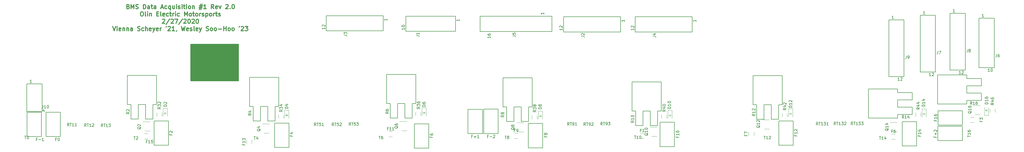
<source format=gto>
G04 #@! TF.GenerationSoftware,KiCad,Pcbnew,5.1.5-52549c5~84~ubuntu18.04.1*
G04 #@! TF.CreationDate,2020-02-28T01:04:35-05:00*
G04 #@! TF.ProjectId,DA_Board_1,44415f42-6f61-4726-945f-312e6b696361,rev?*
G04 #@! TF.SameCoordinates,Original*
G04 #@! TF.FileFunction,Legend,Top*
G04 #@! TF.FilePolarity,Positive*
%FSLAX46Y46*%
G04 Gerber Fmt 4.6, Leading zero omitted, Abs format (unit mm)*
G04 Created by KiCad (PCBNEW 5.1.5-52549c5~84~ubuntu18.04.1) date 2020-02-28 01:04:35*
%MOMM*%
%LPD*%
G04 APERTURE LIST*
%ADD10C,0.300000*%
%ADD11C,0.150000*%
%ADD12C,0.120000*%
%ADD13C,0.100000*%
%ADD14C,0.254000*%
G04 APERTURE END LIST*
D10*
X76411028Y-103916257D02*
X76625314Y-103987685D01*
X76696742Y-104059114D01*
X76768171Y-104201971D01*
X76768171Y-104416257D01*
X76696742Y-104559114D01*
X76625314Y-104630542D01*
X76482457Y-104701971D01*
X75911028Y-104701971D01*
X75911028Y-103201971D01*
X76411028Y-103201971D01*
X76553885Y-103273400D01*
X76625314Y-103344828D01*
X76696742Y-103487685D01*
X76696742Y-103630542D01*
X76625314Y-103773400D01*
X76553885Y-103844828D01*
X76411028Y-103916257D01*
X75911028Y-103916257D01*
X77411028Y-104701971D02*
X77411028Y-103201971D01*
X77911028Y-104273400D01*
X78411028Y-103201971D01*
X78411028Y-104701971D01*
X79053885Y-104630542D02*
X79268171Y-104701971D01*
X79625314Y-104701971D01*
X79768171Y-104630542D01*
X79839600Y-104559114D01*
X79911028Y-104416257D01*
X79911028Y-104273400D01*
X79839600Y-104130542D01*
X79768171Y-104059114D01*
X79625314Y-103987685D01*
X79339600Y-103916257D01*
X79196742Y-103844828D01*
X79125314Y-103773400D01*
X79053885Y-103630542D01*
X79053885Y-103487685D01*
X79125314Y-103344828D01*
X79196742Y-103273400D01*
X79339600Y-103201971D01*
X79696742Y-103201971D01*
X79911028Y-103273400D01*
X81696742Y-104701971D02*
X81696742Y-103201971D01*
X82053885Y-103201971D01*
X82268171Y-103273400D01*
X82411028Y-103416257D01*
X82482457Y-103559114D01*
X82553885Y-103844828D01*
X82553885Y-104059114D01*
X82482457Y-104344828D01*
X82411028Y-104487685D01*
X82268171Y-104630542D01*
X82053885Y-104701971D01*
X81696742Y-104701971D01*
X83839600Y-104701971D02*
X83839600Y-103916257D01*
X83768171Y-103773400D01*
X83625314Y-103701971D01*
X83339600Y-103701971D01*
X83196742Y-103773400D01*
X83839600Y-104630542D02*
X83696742Y-104701971D01*
X83339600Y-104701971D01*
X83196742Y-104630542D01*
X83125314Y-104487685D01*
X83125314Y-104344828D01*
X83196742Y-104201971D01*
X83339600Y-104130542D01*
X83696742Y-104130542D01*
X83839600Y-104059114D01*
X84339600Y-103701971D02*
X84911028Y-103701971D01*
X84553885Y-103201971D02*
X84553885Y-104487685D01*
X84625314Y-104630542D01*
X84768171Y-104701971D01*
X84911028Y-104701971D01*
X86053885Y-104701971D02*
X86053885Y-103916257D01*
X85982457Y-103773400D01*
X85839600Y-103701971D01*
X85553885Y-103701971D01*
X85411028Y-103773400D01*
X86053885Y-104630542D02*
X85911028Y-104701971D01*
X85553885Y-104701971D01*
X85411028Y-104630542D01*
X85339600Y-104487685D01*
X85339600Y-104344828D01*
X85411028Y-104201971D01*
X85553885Y-104130542D01*
X85911028Y-104130542D01*
X86053885Y-104059114D01*
X87839600Y-104273400D02*
X88553885Y-104273400D01*
X87696742Y-104701971D02*
X88196742Y-103201971D01*
X88696742Y-104701971D01*
X89839600Y-104630542D02*
X89696742Y-104701971D01*
X89411028Y-104701971D01*
X89268171Y-104630542D01*
X89196742Y-104559114D01*
X89125314Y-104416257D01*
X89125314Y-103987685D01*
X89196742Y-103844828D01*
X89268171Y-103773400D01*
X89411028Y-103701971D01*
X89696742Y-103701971D01*
X89839600Y-103773400D01*
X91125314Y-103701971D02*
X91125314Y-105201971D01*
X91125314Y-104630542D02*
X90982457Y-104701971D01*
X90696742Y-104701971D01*
X90553885Y-104630542D01*
X90482457Y-104559114D01*
X90411028Y-104416257D01*
X90411028Y-103987685D01*
X90482457Y-103844828D01*
X90553885Y-103773400D01*
X90696742Y-103701971D01*
X90982457Y-103701971D01*
X91125314Y-103773400D01*
X92482457Y-103701971D02*
X92482457Y-104701971D01*
X91839600Y-103701971D02*
X91839600Y-104487685D01*
X91911028Y-104630542D01*
X92053885Y-104701971D01*
X92268171Y-104701971D01*
X92411028Y-104630542D01*
X92482457Y-104559114D01*
X93196742Y-104701971D02*
X93196742Y-103701971D01*
X93196742Y-103201971D02*
X93125314Y-103273400D01*
X93196742Y-103344828D01*
X93268171Y-103273400D01*
X93196742Y-103201971D01*
X93196742Y-103344828D01*
X93839600Y-104630542D02*
X93982457Y-104701971D01*
X94268171Y-104701971D01*
X94411028Y-104630542D01*
X94482457Y-104487685D01*
X94482457Y-104416257D01*
X94411028Y-104273400D01*
X94268171Y-104201971D01*
X94053885Y-104201971D01*
X93911028Y-104130542D01*
X93839600Y-103987685D01*
X93839600Y-103916257D01*
X93911028Y-103773400D01*
X94053885Y-103701971D01*
X94268171Y-103701971D01*
X94411028Y-103773400D01*
X95125314Y-104701971D02*
X95125314Y-103701971D01*
X95125314Y-103201971D02*
X95053885Y-103273400D01*
X95125314Y-103344828D01*
X95196742Y-103273400D01*
X95125314Y-103201971D01*
X95125314Y-103344828D01*
X95625314Y-103701971D02*
X96196742Y-103701971D01*
X95839600Y-103201971D02*
X95839600Y-104487685D01*
X95911028Y-104630542D01*
X96053885Y-104701971D01*
X96196742Y-104701971D01*
X96696742Y-104701971D02*
X96696742Y-103701971D01*
X96696742Y-103201971D02*
X96625314Y-103273400D01*
X96696742Y-103344828D01*
X96768171Y-103273400D01*
X96696742Y-103201971D01*
X96696742Y-103344828D01*
X97625314Y-104701971D02*
X97482457Y-104630542D01*
X97411028Y-104559114D01*
X97339600Y-104416257D01*
X97339600Y-103987685D01*
X97411028Y-103844828D01*
X97482457Y-103773400D01*
X97625314Y-103701971D01*
X97839600Y-103701971D01*
X97982457Y-103773400D01*
X98053885Y-103844828D01*
X98125314Y-103987685D01*
X98125314Y-104416257D01*
X98053885Y-104559114D01*
X97982457Y-104630542D01*
X97839600Y-104701971D01*
X97625314Y-104701971D01*
X98768171Y-103701971D02*
X98768171Y-104701971D01*
X98768171Y-103844828D02*
X98839600Y-103773400D01*
X98982457Y-103701971D01*
X99196742Y-103701971D01*
X99339600Y-103773400D01*
X99411028Y-103916257D01*
X99411028Y-104701971D01*
X101196742Y-103701971D02*
X102268171Y-103701971D01*
X101625314Y-103059114D02*
X101196742Y-104987685D01*
X102125314Y-104344828D02*
X101053885Y-104344828D01*
X101696742Y-104987685D02*
X102125314Y-103059114D01*
X103553885Y-104701971D02*
X102696742Y-104701971D01*
X103125314Y-104701971D02*
X103125314Y-103201971D01*
X102982457Y-103416257D01*
X102839600Y-103559114D01*
X102696742Y-103630542D01*
X106196742Y-104701971D02*
X105696742Y-103987685D01*
X105339600Y-104701971D02*
X105339600Y-103201971D01*
X105911028Y-103201971D01*
X106053885Y-103273400D01*
X106125314Y-103344828D01*
X106196742Y-103487685D01*
X106196742Y-103701971D01*
X106125314Y-103844828D01*
X106053885Y-103916257D01*
X105911028Y-103987685D01*
X105339600Y-103987685D01*
X107411028Y-104630542D02*
X107268171Y-104701971D01*
X106982457Y-104701971D01*
X106839600Y-104630542D01*
X106768171Y-104487685D01*
X106768171Y-103916257D01*
X106839600Y-103773400D01*
X106982457Y-103701971D01*
X107268171Y-103701971D01*
X107411028Y-103773400D01*
X107482457Y-103916257D01*
X107482457Y-104059114D01*
X106768171Y-104201971D01*
X107982457Y-103701971D02*
X108339600Y-104701971D01*
X108696742Y-103701971D01*
X110339600Y-103344828D02*
X110411028Y-103273400D01*
X110553885Y-103201971D01*
X110911028Y-103201971D01*
X111053885Y-103273400D01*
X111125314Y-103344828D01*
X111196742Y-103487685D01*
X111196742Y-103630542D01*
X111125314Y-103844828D01*
X110268171Y-104701971D01*
X111196742Y-104701971D01*
X111839600Y-104559114D02*
X111911028Y-104630542D01*
X111839600Y-104701971D01*
X111768171Y-104630542D01*
X111839600Y-104559114D01*
X111839600Y-104701971D01*
X112839600Y-103201971D02*
X112982457Y-103201971D01*
X113125314Y-103273400D01*
X113196742Y-103344828D01*
X113268171Y-103487685D01*
X113339600Y-103773400D01*
X113339600Y-104130542D01*
X113268171Y-104416257D01*
X113196742Y-104559114D01*
X113125314Y-104630542D01*
X112982457Y-104701971D01*
X112839600Y-104701971D01*
X112696742Y-104630542D01*
X112625314Y-104559114D01*
X112553885Y-104416257D01*
X112482457Y-104130542D01*
X112482457Y-103773400D01*
X112553885Y-103487685D01*
X112625314Y-103344828D01*
X112696742Y-103273400D01*
X112839600Y-103201971D01*
X81053885Y-105751971D02*
X81339600Y-105751971D01*
X81482457Y-105823400D01*
X81625314Y-105966257D01*
X81696742Y-106251971D01*
X81696742Y-106751971D01*
X81625314Y-107037685D01*
X81482457Y-107180542D01*
X81339600Y-107251971D01*
X81053885Y-107251971D01*
X80911028Y-107180542D01*
X80768171Y-107037685D01*
X80696742Y-106751971D01*
X80696742Y-106251971D01*
X80768171Y-105966257D01*
X80911028Y-105823400D01*
X81053885Y-105751971D01*
X82553885Y-107251971D02*
X82411028Y-107180542D01*
X82339600Y-107037685D01*
X82339600Y-105751971D01*
X83125314Y-107251971D02*
X83125314Y-106251971D01*
X83125314Y-105751971D02*
X83053885Y-105823400D01*
X83125314Y-105894828D01*
X83196742Y-105823400D01*
X83125314Y-105751971D01*
X83125314Y-105894828D01*
X83839600Y-106251971D02*
X83839600Y-107251971D01*
X83839600Y-106394828D02*
X83911028Y-106323400D01*
X84053885Y-106251971D01*
X84268171Y-106251971D01*
X84411028Y-106323400D01*
X84482457Y-106466257D01*
X84482457Y-107251971D01*
X86339600Y-106466257D02*
X86839600Y-106466257D01*
X87053885Y-107251971D02*
X86339600Y-107251971D01*
X86339600Y-105751971D01*
X87053885Y-105751971D01*
X87911028Y-107251971D02*
X87768171Y-107180542D01*
X87696742Y-107037685D01*
X87696742Y-105751971D01*
X89053885Y-107180542D02*
X88911028Y-107251971D01*
X88625314Y-107251971D01*
X88482457Y-107180542D01*
X88411028Y-107037685D01*
X88411028Y-106466257D01*
X88482457Y-106323400D01*
X88625314Y-106251971D01*
X88911028Y-106251971D01*
X89053885Y-106323400D01*
X89125314Y-106466257D01*
X89125314Y-106609114D01*
X88411028Y-106751971D01*
X90411028Y-107180542D02*
X90268171Y-107251971D01*
X89982457Y-107251971D01*
X89839600Y-107180542D01*
X89768171Y-107109114D01*
X89696742Y-106966257D01*
X89696742Y-106537685D01*
X89768171Y-106394828D01*
X89839600Y-106323400D01*
X89982457Y-106251971D01*
X90268171Y-106251971D01*
X90411028Y-106323400D01*
X90839600Y-106251971D02*
X91411028Y-106251971D01*
X91053885Y-105751971D02*
X91053885Y-107037685D01*
X91125314Y-107180542D01*
X91268171Y-107251971D01*
X91411028Y-107251971D01*
X91911028Y-107251971D02*
X91911028Y-106251971D01*
X91911028Y-106537685D02*
X91982457Y-106394828D01*
X92053885Y-106323400D01*
X92196742Y-106251971D01*
X92339600Y-106251971D01*
X92839600Y-107251971D02*
X92839600Y-106251971D01*
X92839600Y-105751971D02*
X92768171Y-105823400D01*
X92839600Y-105894828D01*
X92911028Y-105823400D01*
X92839600Y-105751971D01*
X92839600Y-105894828D01*
X94196742Y-107180542D02*
X94053885Y-107251971D01*
X93768171Y-107251971D01*
X93625314Y-107180542D01*
X93553885Y-107109114D01*
X93482457Y-106966257D01*
X93482457Y-106537685D01*
X93553885Y-106394828D01*
X93625314Y-106323400D01*
X93768171Y-106251971D01*
X94053885Y-106251971D01*
X94196742Y-106323400D01*
X95982457Y-107251971D02*
X95982457Y-105751971D01*
X96482457Y-106823400D01*
X96982457Y-105751971D01*
X96982457Y-107251971D01*
X97911028Y-107251971D02*
X97768171Y-107180542D01*
X97696742Y-107109114D01*
X97625314Y-106966257D01*
X97625314Y-106537685D01*
X97696742Y-106394828D01*
X97768171Y-106323400D01*
X97911028Y-106251971D01*
X98125314Y-106251971D01*
X98268171Y-106323400D01*
X98339600Y-106394828D01*
X98411028Y-106537685D01*
X98411028Y-106966257D01*
X98339600Y-107109114D01*
X98268171Y-107180542D01*
X98125314Y-107251971D01*
X97911028Y-107251971D01*
X98839600Y-106251971D02*
X99411028Y-106251971D01*
X99053885Y-105751971D02*
X99053885Y-107037685D01*
X99125314Y-107180542D01*
X99268171Y-107251971D01*
X99411028Y-107251971D01*
X100125314Y-107251971D02*
X99982457Y-107180542D01*
X99911028Y-107109114D01*
X99839600Y-106966257D01*
X99839600Y-106537685D01*
X99911028Y-106394828D01*
X99982457Y-106323400D01*
X100125314Y-106251971D01*
X100339600Y-106251971D01*
X100482457Y-106323400D01*
X100553885Y-106394828D01*
X100625314Y-106537685D01*
X100625314Y-106966257D01*
X100553885Y-107109114D01*
X100482457Y-107180542D01*
X100339600Y-107251971D01*
X100125314Y-107251971D01*
X101268171Y-107251971D02*
X101268171Y-106251971D01*
X101268171Y-106537685D02*
X101339600Y-106394828D01*
X101411028Y-106323400D01*
X101553885Y-106251971D01*
X101696742Y-106251971D01*
X102125314Y-107180542D02*
X102268171Y-107251971D01*
X102553885Y-107251971D01*
X102696742Y-107180542D01*
X102768171Y-107037685D01*
X102768171Y-106966257D01*
X102696742Y-106823400D01*
X102553885Y-106751971D01*
X102339600Y-106751971D01*
X102196742Y-106680542D01*
X102125314Y-106537685D01*
X102125314Y-106466257D01*
X102196742Y-106323400D01*
X102339600Y-106251971D01*
X102553885Y-106251971D01*
X102696742Y-106323400D01*
X103411028Y-106251971D02*
X103411028Y-107751971D01*
X103411028Y-106323400D02*
X103553885Y-106251971D01*
X103839600Y-106251971D01*
X103982457Y-106323400D01*
X104053885Y-106394828D01*
X104125314Y-106537685D01*
X104125314Y-106966257D01*
X104053885Y-107109114D01*
X103982457Y-107180542D01*
X103839600Y-107251971D01*
X103553885Y-107251971D01*
X103411028Y-107180542D01*
X104982457Y-107251971D02*
X104839600Y-107180542D01*
X104768171Y-107109114D01*
X104696742Y-106966257D01*
X104696742Y-106537685D01*
X104768171Y-106394828D01*
X104839600Y-106323400D01*
X104982457Y-106251971D01*
X105196742Y-106251971D01*
X105339600Y-106323400D01*
X105411028Y-106394828D01*
X105482457Y-106537685D01*
X105482457Y-106966257D01*
X105411028Y-107109114D01*
X105339600Y-107180542D01*
X105196742Y-107251971D01*
X104982457Y-107251971D01*
X106125314Y-107251971D02*
X106125314Y-106251971D01*
X106125314Y-106537685D02*
X106196742Y-106394828D01*
X106268171Y-106323400D01*
X106411028Y-106251971D01*
X106553885Y-106251971D01*
X106839600Y-106251971D02*
X107411028Y-106251971D01*
X107053885Y-105751971D02*
X107053885Y-107037685D01*
X107125314Y-107180542D01*
X107268171Y-107251971D01*
X107411028Y-107251971D01*
X107839600Y-107180542D02*
X107982457Y-107251971D01*
X108268171Y-107251971D01*
X108411028Y-107180542D01*
X108482457Y-107037685D01*
X108482457Y-106966257D01*
X108411028Y-106823400D01*
X108268171Y-106751971D01*
X108053885Y-106751971D01*
X107911028Y-106680542D01*
X107839600Y-106537685D01*
X107839600Y-106466257D01*
X107911028Y-106323400D01*
X108053885Y-106251971D01*
X108268171Y-106251971D01*
X108411028Y-106323400D01*
X88303885Y-108444828D02*
X88375314Y-108373400D01*
X88518171Y-108301971D01*
X88875314Y-108301971D01*
X89018171Y-108373400D01*
X89089600Y-108444828D01*
X89161028Y-108587685D01*
X89161028Y-108730542D01*
X89089600Y-108944828D01*
X88232457Y-109801971D01*
X89161028Y-109801971D01*
X90875314Y-108230542D02*
X89589600Y-110159114D01*
X91303885Y-108444828D02*
X91375314Y-108373400D01*
X91518171Y-108301971D01*
X91875314Y-108301971D01*
X92018171Y-108373400D01*
X92089600Y-108444828D01*
X92161028Y-108587685D01*
X92161028Y-108730542D01*
X92089600Y-108944828D01*
X91232457Y-109801971D01*
X92161028Y-109801971D01*
X92661028Y-108301971D02*
X93661028Y-108301971D01*
X93018171Y-109801971D01*
X95303885Y-108230542D02*
X94018171Y-110159114D01*
X95732457Y-108444828D02*
X95803885Y-108373400D01*
X95946742Y-108301971D01*
X96303885Y-108301971D01*
X96446742Y-108373400D01*
X96518171Y-108444828D01*
X96589600Y-108587685D01*
X96589600Y-108730542D01*
X96518171Y-108944828D01*
X95661028Y-109801971D01*
X96589600Y-109801971D01*
X97518171Y-108301971D02*
X97661028Y-108301971D01*
X97803885Y-108373400D01*
X97875314Y-108444828D01*
X97946742Y-108587685D01*
X98018171Y-108873400D01*
X98018171Y-109230542D01*
X97946742Y-109516257D01*
X97875314Y-109659114D01*
X97803885Y-109730542D01*
X97661028Y-109801971D01*
X97518171Y-109801971D01*
X97375314Y-109730542D01*
X97303885Y-109659114D01*
X97232457Y-109516257D01*
X97161028Y-109230542D01*
X97161028Y-108873400D01*
X97232457Y-108587685D01*
X97303885Y-108444828D01*
X97375314Y-108373400D01*
X97518171Y-108301971D01*
X98589600Y-108444828D02*
X98661028Y-108373400D01*
X98803885Y-108301971D01*
X99161028Y-108301971D01*
X99303885Y-108373400D01*
X99375314Y-108444828D01*
X99446742Y-108587685D01*
X99446742Y-108730542D01*
X99375314Y-108944828D01*
X98518171Y-109801971D01*
X99446742Y-109801971D01*
X100375314Y-108301971D02*
X100518171Y-108301971D01*
X100661028Y-108373400D01*
X100732457Y-108444828D01*
X100803885Y-108587685D01*
X100875314Y-108873400D01*
X100875314Y-109230542D01*
X100803885Y-109516257D01*
X100732457Y-109659114D01*
X100661028Y-109730542D01*
X100518171Y-109801971D01*
X100375314Y-109801971D01*
X100232457Y-109730542D01*
X100161028Y-109659114D01*
X100089600Y-109516257D01*
X100018171Y-109230542D01*
X100018171Y-108873400D01*
X100089600Y-108587685D01*
X100161028Y-108444828D01*
X100232457Y-108373400D01*
X100375314Y-108301971D01*
X71053885Y-110851971D02*
X71553885Y-112351971D01*
X72053885Y-110851971D01*
X72553885Y-112351971D02*
X72553885Y-111351971D01*
X72553885Y-110851971D02*
X72482457Y-110923400D01*
X72553885Y-110994828D01*
X72625314Y-110923400D01*
X72553885Y-110851971D01*
X72553885Y-110994828D01*
X73839600Y-112280542D02*
X73696742Y-112351971D01*
X73411028Y-112351971D01*
X73268171Y-112280542D01*
X73196742Y-112137685D01*
X73196742Y-111566257D01*
X73268171Y-111423400D01*
X73411028Y-111351971D01*
X73696742Y-111351971D01*
X73839600Y-111423400D01*
X73911028Y-111566257D01*
X73911028Y-111709114D01*
X73196742Y-111851971D01*
X74553885Y-111351971D02*
X74553885Y-112351971D01*
X74553885Y-111494828D02*
X74625314Y-111423400D01*
X74768171Y-111351971D01*
X74982457Y-111351971D01*
X75125314Y-111423400D01*
X75196742Y-111566257D01*
X75196742Y-112351971D01*
X75911028Y-111351971D02*
X75911028Y-112351971D01*
X75911028Y-111494828D02*
X75982457Y-111423400D01*
X76125314Y-111351971D01*
X76339600Y-111351971D01*
X76482457Y-111423400D01*
X76553885Y-111566257D01*
X76553885Y-112351971D01*
X77911028Y-112351971D02*
X77911028Y-111566257D01*
X77839600Y-111423400D01*
X77696742Y-111351971D01*
X77411028Y-111351971D01*
X77268171Y-111423400D01*
X77911028Y-112280542D02*
X77768171Y-112351971D01*
X77411028Y-112351971D01*
X77268171Y-112280542D01*
X77196742Y-112137685D01*
X77196742Y-111994828D01*
X77268171Y-111851971D01*
X77411028Y-111780542D01*
X77768171Y-111780542D01*
X77911028Y-111709114D01*
X79696742Y-112280542D02*
X79911028Y-112351971D01*
X80268171Y-112351971D01*
X80411028Y-112280542D01*
X80482457Y-112209114D01*
X80553885Y-112066257D01*
X80553885Y-111923400D01*
X80482457Y-111780542D01*
X80411028Y-111709114D01*
X80268171Y-111637685D01*
X79982457Y-111566257D01*
X79839600Y-111494828D01*
X79768171Y-111423400D01*
X79696742Y-111280542D01*
X79696742Y-111137685D01*
X79768171Y-110994828D01*
X79839600Y-110923400D01*
X79982457Y-110851971D01*
X80339600Y-110851971D01*
X80553885Y-110923400D01*
X81839600Y-112280542D02*
X81696742Y-112351971D01*
X81411028Y-112351971D01*
X81268171Y-112280542D01*
X81196742Y-112209114D01*
X81125314Y-112066257D01*
X81125314Y-111637685D01*
X81196742Y-111494828D01*
X81268171Y-111423400D01*
X81411028Y-111351971D01*
X81696742Y-111351971D01*
X81839600Y-111423400D01*
X82482457Y-112351971D02*
X82482457Y-110851971D01*
X83125314Y-112351971D02*
X83125314Y-111566257D01*
X83053885Y-111423400D01*
X82911028Y-111351971D01*
X82696742Y-111351971D01*
X82553885Y-111423400D01*
X82482457Y-111494828D01*
X84411028Y-112280542D02*
X84268171Y-112351971D01*
X83982457Y-112351971D01*
X83839600Y-112280542D01*
X83768171Y-112137685D01*
X83768171Y-111566257D01*
X83839600Y-111423400D01*
X83982457Y-111351971D01*
X84268171Y-111351971D01*
X84411028Y-111423400D01*
X84482457Y-111566257D01*
X84482457Y-111709114D01*
X83768171Y-111851971D01*
X84982457Y-111351971D02*
X85339600Y-112351971D01*
X85696742Y-111351971D02*
X85339600Y-112351971D01*
X85196742Y-112709114D01*
X85125314Y-112780542D01*
X84982457Y-112851971D01*
X86839600Y-112280542D02*
X86696742Y-112351971D01*
X86411028Y-112351971D01*
X86268171Y-112280542D01*
X86196742Y-112137685D01*
X86196742Y-111566257D01*
X86268171Y-111423400D01*
X86411028Y-111351971D01*
X86696742Y-111351971D01*
X86839600Y-111423400D01*
X86911028Y-111566257D01*
X86911028Y-111709114D01*
X86196742Y-111851971D01*
X87553885Y-112351971D02*
X87553885Y-111351971D01*
X87553885Y-111637685D02*
X87625314Y-111494828D01*
X87696742Y-111423400D01*
X87839600Y-111351971D01*
X87982457Y-111351971D01*
X89696742Y-110851971D02*
X89553885Y-111137685D01*
X90268171Y-110994828D02*
X90339600Y-110923400D01*
X90482457Y-110851971D01*
X90839600Y-110851971D01*
X90982457Y-110923400D01*
X91053885Y-110994828D01*
X91125314Y-111137685D01*
X91125314Y-111280542D01*
X91053885Y-111494828D01*
X90196742Y-112351971D01*
X91125314Y-112351971D01*
X92553885Y-112351971D02*
X91696742Y-112351971D01*
X92125314Y-112351971D02*
X92125314Y-110851971D01*
X91982457Y-111066257D01*
X91839600Y-111209114D01*
X91696742Y-111280542D01*
X93268171Y-112280542D02*
X93268171Y-112351971D01*
X93196742Y-112494828D01*
X93125314Y-112566257D01*
X94911028Y-110851971D02*
X95268171Y-112351971D01*
X95553885Y-111280542D01*
X95839599Y-112351971D01*
X96196742Y-110851971D01*
X97339599Y-112280542D02*
X97196742Y-112351971D01*
X96911028Y-112351971D01*
X96768171Y-112280542D01*
X96696742Y-112137685D01*
X96696742Y-111566257D01*
X96768171Y-111423400D01*
X96911028Y-111351971D01*
X97196742Y-111351971D01*
X97339599Y-111423400D01*
X97411028Y-111566257D01*
X97411028Y-111709114D01*
X96696742Y-111851971D01*
X97982457Y-112280542D02*
X98125314Y-112351971D01*
X98411028Y-112351971D01*
X98553885Y-112280542D01*
X98625314Y-112137685D01*
X98625314Y-112066257D01*
X98553885Y-111923400D01*
X98411028Y-111851971D01*
X98196742Y-111851971D01*
X98053885Y-111780542D01*
X97982457Y-111637685D01*
X97982457Y-111566257D01*
X98053885Y-111423400D01*
X98196742Y-111351971D01*
X98411028Y-111351971D01*
X98553885Y-111423400D01*
X99482457Y-112351971D02*
X99339599Y-112280542D01*
X99268171Y-112137685D01*
X99268171Y-110851971D01*
X100625314Y-112280542D02*
X100482457Y-112351971D01*
X100196742Y-112351971D01*
X100053885Y-112280542D01*
X99982457Y-112137685D01*
X99982457Y-111566257D01*
X100053885Y-111423400D01*
X100196742Y-111351971D01*
X100482457Y-111351971D01*
X100625314Y-111423400D01*
X100696742Y-111566257D01*
X100696742Y-111709114D01*
X99982457Y-111851971D01*
X101196742Y-111351971D02*
X101553885Y-112351971D01*
X101911028Y-111351971D02*
X101553885Y-112351971D01*
X101411028Y-112709114D01*
X101339600Y-112780542D01*
X101196742Y-112851971D01*
X103553885Y-112280542D02*
X103768171Y-112351971D01*
X104125314Y-112351971D01*
X104268171Y-112280542D01*
X104339599Y-112209114D01*
X104411028Y-112066257D01*
X104411028Y-111923400D01*
X104339599Y-111780542D01*
X104268171Y-111709114D01*
X104125314Y-111637685D01*
X103839599Y-111566257D01*
X103696742Y-111494828D01*
X103625314Y-111423400D01*
X103553885Y-111280542D01*
X103553885Y-111137685D01*
X103625314Y-110994828D01*
X103696742Y-110923400D01*
X103839599Y-110851971D01*
X104196742Y-110851971D01*
X104411028Y-110923400D01*
X105268171Y-112351971D02*
X105125314Y-112280542D01*
X105053885Y-112209114D01*
X104982457Y-112066257D01*
X104982457Y-111637685D01*
X105053885Y-111494828D01*
X105125314Y-111423400D01*
X105268171Y-111351971D01*
X105482457Y-111351971D01*
X105625314Y-111423400D01*
X105696742Y-111494828D01*
X105768171Y-111637685D01*
X105768171Y-112066257D01*
X105696742Y-112209114D01*
X105625314Y-112280542D01*
X105482457Y-112351971D01*
X105268171Y-112351971D01*
X106625314Y-112351971D02*
X106482457Y-112280542D01*
X106411028Y-112209114D01*
X106339599Y-112066257D01*
X106339599Y-111637685D01*
X106411028Y-111494828D01*
X106482457Y-111423400D01*
X106625314Y-111351971D01*
X106839599Y-111351971D01*
X106982457Y-111423400D01*
X107053885Y-111494828D01*
X107125314Y-111637685D01*
X107125314Y-112066257D01*
X107053885Y-112209114D01*
X106982457Y-112280542D01*
X106839599Y-112351971D01*
X106625314Y-112351971D01*
X107768171Y-111780542D02*
X108911028Y-111780542D01*
X109625314Y-112351971D02*
X109625314Y-110851971D01*
X109625314Y-111566257D02*
X110482457Y-111566257D01*
X110482457Y-112351971D02*
X110482457Y-110851971D01*
X111411028Y-112351971D02*
X111268171Y-112280542D01*
X111196742Y-112209114D01*
X111125314Y-112066257D01*
X111125314Y-111637685D01*
X111196742Y-111494828D01*
X111268171Y-111423400D01*
X111411028Y-111351971D01*
X111625314Y-111351971D01*
X111768171Y-111423400D01*
X111839600Y-111494828D01*
X111911028Y-111637685D01*
X111911028Y-112066257D01*
X111839600Y-112209114D01*
X111768171Y-112280542D01*
X111625314Y-112351971D01*
X111411028Y-112351971D01*
X112768171Y-112351971D02*
X112625314Y-112280542D01*
X112553885Y-112209114D01*
X112482457Y-112066257D01*
X112482457Y-111637685D01*
X112553885Y-111494828D01*
X112625314Y-111423400D01*
X112768171Y-111351971D01*
X112982457Y-111351971D01*
X113125314Y-111423400D01*
X113196742Y-111494828D01*
X113268171Y-111637685D01*
X113268171Y-112066257D01*
X113196742Y-112209114D01*
X113125314Y-112280542D01*
X112982457Y-112351971D01*
X112768171Y-112351971D01*
X115125314Y-110851971D02*
X114982457Y-111137685D01*
X115696742Y-110994828D02*
X115768171Y-110923400D01*
X115911028Y-110851971D01*
X116268171Y-110851971D01*
X116411028Y-110923400D01*
X116482457Y-110994828D01*
X116553885Y-111137685D01*
X116553885Y-111280542D01*
X116482457Y-111494828D01*
X115625314Y-112351971D01*
X116553885Y-112351971D01*
X117053885Y-110851971D02*
X117982457Y-110851971D01*
X117482457Y-111423400D01*
X117696742Y-111423400D01*
X117839600Y-111494828D01*
X117911028Y-111566257D01*
X117982457Y-111709114D01*
X117982457Y-112066257D01*
X117911028Y-112209114D01*
X117839600Y-112280542D01*
X117696742Y-112351971D01*
X117268171Y-112351971D01*
X117125314Y-112280542D01*
X117053885Y-112209114D01*
D11*
X227835400Y-112774600D02*
X247685400Y-112774600D01*
X227835400Y-107474600D02*
X247685400Y-107474600D01*
X247685400Y-107474600D02*
X247685400Y-112774600D01*
X227835400Y-107474600D02*
X227835400Y-112774600D01*
D12*
X171510300Y-147241100D02*
X173310300Y-147241100D01*
X173310300Y-144021100D02*
X170860300Y-144021100D01*
D11*
X351852900Y-126816000D02*
X357152900Y-126816000D01*
X351852900Y-106966000D02*
X357152900Y-106966000D01*
X351852900Y-126816000D02*
X351852900Y-106966000D01*
X357152900Y-126816000D02*
X357152900Y-106966000D01*
D12*
X83991200Y-144160800D02*
X81541200Y-144160800D01*
X82191200Y-147380800D02*
X83991200Y-147380800D01*
X341919936Y-150262000D02*
X343124064Y-150262000D01*
X341919936Y-148442000D02*
X343124064Y-148442000D01*
D11*
X198815400Y-112634600D02*
X223745400Y-112634600D01*
X198815400Y-107334600D02*
X223745400Y-107334600D01*
X223745400Y-107334600D02*
X223745400Y-112634600D01*
X198815400Y-107334600D02*
X198815400Y-112634600D01*
D12*
X130415100Y-141729100D02*
X130415100Y-142929100D01*
X128655100Y-142929100D02*
X128655100Y-141729100D01*
X216856600Y-143183100D02*
X216856600Y-141983100D01*
X218616600Y-141983100D02*
X218616600Y-143183100D01*
D11*
X368003000Y-134124900D02*
X373083000Y-134124900D01*
X368003000Y-131584900D02*
X368003000Y-134124900D01*
X373083000Y-131584900D02*
X368003000Y-131584900D01*
X373083000Y-129044900D02*
X373083000Y-131584900D01*
X368003000Y-129044900D02*
X373083000Y-129044900D01*
X368003000Y-127774900D02*
X368003000Y-129044900D01*
X357843000Y-127774900D02*
X368003000Y-127774900D01*
X357843000Y-137934900D02*
X357843000Y-127774900D01*
X368003000Y-137934900D02*
X357843000Y-137934900D01*
X368003000Y-136664900D02*
X368003000Y-137934900D01*
X373083000Y-136664900D02*
X368003000Y-136664900D01*
X373083000Y-134124900D02*
X373083000Y-136664900D01*
D12*
X369345936Y-142600000D02*
X370550064Y-142600000D01*
X369345936Y-144420000D02*
X370550064Y-144420000D01*
X377823800Y-139646300D02*
X377823800Y-140846300D01*
X376063800Y-140846300D02*
X376063800Y-139646300D01*
D11*
X350640200Y-152630200D02*
X345640200Y-152630200D01*
X350640200Y-144130200D02*
X350640200Y-152630200D01*
X345640200Y-144130200D02*
X350640200Y-144130200D01*
X345640200Y-152630200D02*
X345640200Y-144130200D01*
X41165000Y-140582600D02*
X46465000Y-140582600D01*
X41165000Y-130892600D02*
X46465000Y-130892600D01*
X41165000Y-140582600D02*
X41165000Y-130892600D01*
X46465000Y-140582600D02*
X46465000Y-130892600D01*
X215541400Y-153239800D02*
X215541400Y-144739800D01*
X215541400Y-144739800D02*
X220541400Y-144739800D01*
X220541400Y-144739800D02*
X220541400Y-153239800D01*
X220541400Y-153239800D02*
X215541400Y-153239800D01*
D13*
X375236400Y-140344700D02*
X374886400Y-140344700D01*
X374886400Y-140344700D02*
X374536400Y-140344700D01*
X375236400Y-139994700D02*
X374886400Y-140344700D01*
X375186400Y-139994700D02*
X375236400Y-139994700D01*
X375236400Y-139994700D02*
X375186400Y-139994700D01*
X374536400Y-139994700D02*
X375186400Y-139994700D01*
X374586400Y-140044700D02*
X374536400Y-139994700D01*
X374886400Y-140344700D02*
X374586400Y-140044700D01*
D12*
X374186400Y-141944700D02*
X375586400Y-141944700D01*
X375586400Y-141944700D02*
X375586400Y-139144700D01*
X374186400Y-141944700D02*
X374186400Y-139144700D01*
X372713000Y-138433100D02*
X370263000Y-138433100D01*
X370913000Y-141653100D02*
X372713000Y-141653100D01*
D11*
X122385000Y-138760400D02*
X122385000Y-143840400D01*
X124925000Y-138760400D02*
X122385000Y-138760400D01*
X124925000Y-143840400D02*
X124925000Y-138760400D01*
X127465000Y-143840400D02*
X124925000Y-143840400D01*
X127465000Y-138760400D02*
X127465000Y-143840400D01*
X128735000Y-138760400D02*
X127465000Y-138760400D01*
X128735000Y-128600400D02*
X128735000Y-138760400D01*
X118575000Y-128600400D02*
X128735000Y-128600400D01*
X118575000Y-138760400D02*
X118575000Y-128600400D01*
X119845000Y-138760400D02*
X118575000Y-138760400D01*
X119845000Y-143840400D02*
X119845000Y-138760400D01*
X122385000Y-143840400D02*
X119845000Y-143840400D01*
X180930100Y-153379500D02*
X175930100Y-153379500D01*
X180930100Y-144879500D02*
X180930100Y-153379500D01*
X175930100Y-144879500D02*
X180930100Y-144879500D01*
X175930100Y-153379500D02*
X175930100Y-144879500D01*
X344012700Y-139039800D02*
X349092700Y-139039800D01*
X344012700Y-136499800D02*
X344012700Y-139039800D01*
X349092700Y-136499800D02*
X344012700Y-136499800D01*
X349092700Y-133959800D02*
X349092700Y-136499800D01*
X344012700Y-133959800D02*
X349092700Y-133959800D01*
X344012700Y-132689800D02*
X344012700Y-133959800D01*
X333852700Y-132689800D02*
X344012700Y-132689800D01*
X333852700Y-142849800D02*
X333852700Y-132689800D01*
X344012700Y-142849800D02*
X333852700Y-142849800D01*
X344012700Y-141579800D02*
X344012700Y-142849800D01*
X349092700Y-141579800D02*
X344012700Y-141579800D01*
X349092700Y-139039800D02*
X349092700Y-141579800D01*
X205022000Y-148274100D02*
X200022000Y-148274100D01*
X205022000Y-139774100D02*
X205022000Y-148274100D01*
X200022000Y-139774100D02*
X205022000Y-139774100D01*
X200022000Y-148274100D02*
X200022000Y-139774100D01*
D12*
X179968300Y-139221000D02*
X179968300Y-142021000D01*
X178568300Y-139221000D02*
X178568300Y-142021000D01*
X179968300Y-139221000D02*
X178568300Y-139221000D01*
D13*
X179268300Y-140821000D02*
X179568300Y-141121000D01*
X179568300Y-141121000D02*
X179618300Y-141171000D01*
X179618300Y-141171000D02*
X178968300Y-141171000D01*
X178918300Y-141171000D02*
X178968300Y-141171000D01*
X178968300Y-141171000D02*
X178918300Y-141171000D01*
X178918300Y-141171000D02*
X179268300Y-140821000D01*
X179268300Y-140821000D02*
X179618300Y-140821000D01*
X178918300Y-140821000D02*
X179268300Y-140821000D01*
D11*
X132314500Y-153125500D02*
X127314500Y-153125500D01*
X132314500Y-144625500D02*
X132314500Y-153125500D01*
X127314500Y-144625500D02*
X132314500Y-144625500D01*
X127314500Y-153125500D02*
X127314500Y-144625500D01*
D12*
X258434000Y-149184000D02*
X260234000Y-149184000D01*
X260234000Y-145964000D02*
X257784000Y-145964000D01*
D13*
X352819400Y-141283100D02*
X353169400Y-141283100D01*
X353169400Y-141283100D02*
X353519400Y-141283100D01*
X352819400Y-141633100D02*
X353169400Y-141283100D01*
X352869400Y-141633100D02*
X352819400Y-141633100D01*
X352819400Y-141633100D02*
X352869400Y-141633100D01*
X353519400Y-141633100D02*
X352869400Y-141633100D01*
X353469400Y-141583100D02*
X353519400Y-141633100D01*
X353169400Y-141283100D02*
X353469400Y-141583100D01*
D12*
X353869400Y-139683100D02*
X352469400Y-139683100D01*
X352469400Y-139683100D02*
X352469400Y-142483100D01*
X353869400Y-139683100D02*
X353869400Y-142483100D01*
X292206000Y-148941064D02*
X292206000Y-147736936D01*
X294026000Y-148941064D02*
X294026000Y-147736936D01*
X350270100Y-142243300D02*
X350270100Y-141043300D01*
X352030100Y-141043300D02*
X352030100Y-142243300D01*
D11*
X366556600Y-140349800D02*
X366556600Y-145349800D01*
X358056600Y-140349800D02*
X366556600Y-140349800D01*
X358056600Y-145349800D02*
X358056600Y-140349800D01*
X366556600Y-145349800D02*
X358056600Y-145349800D01*
X266324900Y-152833400D02*
X261324900Y-152833400D01*
X266324900Y-144333400D02*
X266324900Y-152833400D01*
X261324900Y-144333400D02*
X266324900Y-144333400D01*
X261324900Y-152833400D02*
X261324900Y-144333400D01*
D12*
X125431300Y-144922800D02*
X122981300Y-144922800D01*
X123631300Y-148142800D02*
X125431300Y-148142800D01*
X254543936Y-150008000D02*
X255748064Y-150008000D01*
X254543936Y-148188000D02*
X255748064Y-148188000D01*
D11*
X346218200Y-128390800D02*
X346218200Y-108540800D01*
X340918200Y-128390800D02*
X340918200Y-108540800D01*
X340918200Y-108540800D02*
X346218200Y-108540800D01*
X340918200Y-128390800D02*
X346218200Y-128390800D01*
X199599100Y-148286800D02*
X194599100Y-148286800D01*
X199599100Y-139786800D02*
X199599100Y-148286800D01*
X194599100Y-139786800D02*
X199599100Y-139786800D01*
X194599100Y-148286800D02*
X194599100Y-139786800D01*
X85404500Y-152363500D02*
X85404500Y-143863500D01*
X85404500Y-143863500D02*
X90404500Y-143863500D01*
X90404500Y-143863500D02*
X90404500Y-152363500D01*
X90404500Y-152363500D02*
X85404500Y-152363500D01*
X297518000Y-143294300D02*
X294978000Y-143294300D01*
X294978000Y-143294300D02*
X294978000Y-138214300D01*
X294978000Y-138214300D02*
X293708000Y-138214300D01*
X293708000Y-138214300D02*
X293708000Y-128054300D01*
X293708000Y-128054300D02*
X303868000Y-128054300D01*
X303868000Y-128054300D02*
X303868000Y-138214300D01*
X303868000Y-138214300D02*
X302598000Y-138214300D01*
X302598000Y-138214300D02*
X302598000Y-143294300D01*
X302598000Y-143294300D02*
X300058000Y-143294300D01*
X300058000Y-143294300D02*
X300058000Y-138214300D01*
X300058000Y-138214300D02*
X297518000Y-138214300D01*
X297518000Y-138214300D02*
X297518000Y-143294300D01*
D12*
X261890800Y-142941800D02*
X261890800Y-141741800D01*
X263650800Y-141741800D02*
X263650800Y-142941800D01*
X178141700Y-140802000D02*
X178141700Y-142002000D01*
X176381700Y-142002000D02*
X176381700Y-140802000D01*
D11*
X252705400Y-112774600D02*
X272555400Y-112774600D01*
X252705400Y-107474600D02*
X272555400Y-107474600D01*
X272555400Y-107474600D02*
X272555400Y-112774600D01*
X252705400Y-107474600D02*
X252705400Y-112774600D01*
D13*
X306413600Y-141202000D02*
X306763600Y-141202000D01*
X306763600Y-141202000D02*
X307113600Y-141202000D01*
X306413600Y-141552000D02*
X306763600Y-141202000D01*
X306463600Y-141552000D02*
X306413600Y-141552000D01*
X306413600Y-141552000D02*
X306463600Y-141552000D01*
X307113600Y-141552000D02*
X306463600Y-141552000D01*
X307063600Y-141502000D02*
X307113600Y-141552000D01*
X306763600Y-141202000D02*
X307063600Y-141502000D01*
D12*
X307463600Y-139602000D02*
X306063600Y-139602000D01*
X306063600Y-139602000D02*
X306063600Y-142402000D01*
X307463600Y-139602000D02*
X307463600Y-142402000D01*
X220443200Y-140402100D02*
X220443200Y-143202100D01*
X219043200Y-140402100D02*
X219043200Y-143202100D01*
X220443200Y-140402100D02*
X219043200Y-140402100D01*
D13*
X219743200Y-142002100D02*
X220043200Y-142302100D01*
X220043200Y-142302100D02*
X220093200Y-142352100D01*
X220093200Y-142352100D02*
X219443200Y-142352100D01*
X219393200Y-142352100D02*
X219443200Y-142352100D01*
X219443200Y-142352100D02*
X219393200Y-142352100D01*
X219393200Y-142352100D02*
X219743200Y-142002100D01*
X219743200Y-142002100D02*
X220093200Y-142002100D01*
X219393200Y-142002100D02*
X219743200Y-142002100D01*
D12*
X212175700Y-147660000D02*
X213975700Y-147660000D01*
X213975700Y-144440000D02*
X211525700Y-144440000D01*
D11*
X145255400Y-112414600D02*
X165105400Y-112414600D01*
X145255400Y-107114600D02*
X165105400Y-107114600D01*
X165105400Y-107114600D02*
X165105400Y-112414600D01*
X145255400Y-107114600D02*
X145255400Y-112414600D01*
D12*
X297582000Y-146678000D02*
X299382000Y-146678000D01*
X299382000Y-143458000D02*
X296932000Y-143458000D01*
D11*
X366493100Y-150734600D02*
X357993100Y-150734600D01*
X357993100Y-150734600D02*
X357993100Y-145734600D01*
X357993100Y-145734600D02*
X366493100Y-145734600D01*
X366493100Y-145734600D02*
X366493100Y-150734600D01*
X170124300Y-142824400D02*
X167584300Y-142824400D01*
X167584300Y-142824400D02*
X167584300Y-137744400D01*
X167584300Y-137744400D02*
X166314300Y-137744400D01*
X166314300Y-137744400D02*
X166314300Y-127584400D01*
X166314300Y-127584400D02*
X176474300Y-127584400D01*
X176474300Y-127584400D02*
X176474300Y-137744400D01*
X176474300Y-137744400D02*
X175204300Y-137744400D01*
X175204300Y-137744400D02*
X175204300Y-142824400D01*
X175204300Y-142824400D02*
X172664300Y-142824400D01*
X172664300Y-142824400D02*
X172664300Y-137744400D01*
X172664300Y-137744400D02*
X170124300Y-137744400D01*
X170124300Y-137744400D02*
X170124300Y-142824400D01*
D12*
X343807800Y-144376700D02*
X341357800Y-144376700D01*
X342007800Y-147596700D02*
X343807800Y-147596700D01*
D11*
X302638000Y-152376200D02*
X302638000Y-143876200D01*
X302638000Y-143876200D02*
X307638000Y-143876200D01*
X307638000Y-143876200D02*
X307638000Y-152376200D01*
X307638000Y-152376200D02*
X302638000Y-152376200D01*
D12*
X167040936Y-149373000D02*
X168245064Y-149373000D01*
X167040936Y-147553000D02*
X168245064Y-147553000D01*
D11*
X41188000Y-149328000D02*
X41188000Y-140828000D01*
X41188000Y-140828000D02*
X46188000Y-140828000D01*
X46188000Y-140828000D02*
X46188000Y-149328000D01*
X46188000Y-149328000D02*
X41188000Y-149328000D01*
X255404800Y-140386000D02*
X255404800Y-145466000D01*
X257944800Y-140386000D02*
X255404800Y-140386000D01*
X257944800Y-145466000D02*
X257944800Y-140386000D01*
X260484800Y-145466000D02*
X257944800Y-145466000D01*
X260484800Y-140386000D02*
X260484800Y-145466000D01*
X261754800Y-140386000D02*
X260484800Y-140386000D01*
X261754800Y-130226000D02*
X261754800Y-140386000D01*
X251594800Y-130226000D02*
X261754800Y-130226000D01*
X251594800Y-140386000D02*
X251594800Y-130226000D01*
X252864800Y-140386000D02*
X251594800Y-140386000D01*
X252864800Y-145466000D02*
X252864800Y-140386000D01*
X255404800Y-145466000D02*
X252864800Y-145466000D01*
D12*
X86351400Y-142217900D02*
X86351400Y-141017900D01*
X88111400Y-141017900D02*
X88111400Y-142217900D01*
X82077936Y-150135000D02*
X83282064Y-150135000D01*
X82077936Y-148315000D02*
X83282064Y-148315000D01*
D11*
X79916200Y-143192700D02*
X77376200Y-143192700D01*
X77376200Y-143192700D02*
X77376200Y-138112700D01*
X77376200Y-138112700D02*
X76106200Y-138112700D01*
X76106200Y-138112700D02*
X76106200Y-127952700D01*
X76106200Y-127952700D02*
X86266200Y-127952700D01*
X86266200Y-127952700D02*
X86266200Y-138112700D01*
X86266200Y-138112700D02*
X84996200Y-138112700D01*
X84996200Y-138112700D02*
X84996200Y-143192700D01*
X84996200Y-143192700D02*
X82456200Y-143192700D01*
X82456200Y-143192700D02*
X82456200Y-138112700D01*
X82456200Y-138112700D02*
X79916200Y-138112700D01*
X79916200Y-138112700D02*
X79916200Y-143192700D01*
D12*
X117581000Y-151729064D02*
X117581000Y-150524936D01*
X119401000Y-151729064D02*
X119401000Y-150524936D01*
D11*
X52792000Y-149328000D02*
X47792000Y-149328000D01*
X52792000Y-140828000D02*
X52792000Y-149328000D01*
X47792000Y-140828000D02*
X52792000Y-140828000D01*
X47792000Y-149328000D02*
X47792000Y-140828000D01*
X377587200Y-125292000D02*
X377587200Y-107982000D01*
X372287200Y-125292000D02*
X372287200Y-107982000D01*
X372287200Y-107982000D02*
X377587200Y-107982000D01*
X372287200Y-125292000D02*
X377587200Y-125292000D01*
X210573800Y-138989000D02*
X210573800Y-144069000D01*
X213113800Y-138989000D02*
X210573800Y-138989000D01*
X213113800Y-144069000D02*
X213113800Y-138989000D01*
X215653800Y-144069000D02*
X213113800Y-144069000D01*
X215653800Y-138989000D02*
X215653800Y-144069000D01*
X216923800Y-138989000D02*
X215653800Y-138989000D01*
X216923800Y-128829000D02*
X216923800Y-138989000D01*
X206763800Y-128829000D02*
X216923800Y-128829000D01*
X206763800Y-138989000D02*
X206763800Y-128829000D01*
X208033800Y-138989000D02*
X206763800Y-138989000D01*
X208033800Y-144069000D02*
X208033800Y-138989000D01*
X210573800Y-144069000D02*
X208033800Y-144069000D01*
D12*
X89963400Y-139424200D02*
X89963400Y-142224200D01*
X88563400Y-139424200D02*
X88563400Y-142224200D01*
X89963400Y-139424200D02*
X88563400Y-139424200D01*
D13*
X89263400Y-141024200D02*
X89563400Y-141324200D01*
X89563400Y-141324200D02*
X89613400Y-141374200D01*
X89613400Y-141374200D02*
X88963400Y-141374200D01*
X88913400Y-141374200D02*
X88963400Y-141374200D01*
X88963400Y-141374200D02*
X88913400Y-141374200D01*
X88913400Y-141374200D02*
X89263400Y-141024200D01*
X89263400Y-141024200D02*
X89613400Y-141024200D01*
X88913400Y-141024200D02*
X89263400Y-141024200D01*
D12*
X265502800Y-140122700D02*
X265502800Y-142922700D01*
X264102800Y-140122700D02*
X264102800Y-142922700D01*
X265502800Y-140122700D02*
X264102800Y-140122700D01*
D13*
X264802800Y-141722700D02*
X265102800Y-142022700D01*
X265102800Y-142022700D02*
X265152800Y-142072700D01*
X265152800Y-142072700D02*
X264502800Y-142072700D01*
X264452800Y-142072700D02*
X264502800Y-142072700D01*
X264502800Y-142072700D02*
X264452800Y-142072700D01*
X264452800Y-142072700D02*
X264802800Y-141722700D01*
X264802800Y-141722700D02*
X265152800Y-141722700D01*
X264452800Y-141722700D02*
X264802800Y-141722700D01*
D12*
X305586200Y-141221100D02*
X305586200Y-142421100D01*
X303826200Y-142421100D02*
X303826200Y-141221100D01*
X210725936Y-148188000D02*
X211930064Y-148188000D01*
X210725936Y-150008000D02*
X211930064Y-150008000D01*
D11*
X367516100Y-126104800D02*
X367516100Y-106254800D01*
X362216100Y-126104800D02*
X362216100Y-106254800D01*
X362216100Y-106254800D02*
X367516100Y-106254800D01*
X362216100Y-126104800D02*
X367516100Y-126104800D01*
D12*
X132229000Y-140110000D02*
X132229000Y-142910000D01*
X130829000Y-140110000D02*
X130829000Y-142910000D01*
X132229000Y-140110000D02*
X130829000Y-140110000D01*
D13*
X131529000Y-141710000D02*
X131829000Y-142010000D01*
X131829000Y-142010000D02*
X131879000Y-142060000D01*
X131879000Y-142060000D02*
X131229000Y-142060000D01*
X131179000Y-142060000D02*
X131229000Y-142060000D01*
X131229000Y-142060000D02*
X131179000Y-142060000D01*
X131179000Y-142060000D02*
X131529000Y-141710000D01*
X131529000Y-141710000D02*
X131879000Y-141710000D01*
X131179000Y-141710000D02*
X131529000Y-141710000D01*
D11*
X172955400Y-112584600D02*
X190265400Y-112584600D01*
X172955400Y-107284600D02*
X190265400Y-107284600D01*
X190265400Y-107284600D02*
X190265400Y-112584600D01*
X172955400Y-107284600D02*
X172955400Y-112584600D01*
X120142095Y-149312380D02*
X120713523Y-149312380D01*
X120427809Y-150312380D02*
X120427809Y-149312380D01*
X121475428Y-149645714D02*
X121475428Y-150312380D01*
X121237333Y-149264761D02*
X120999238Y-149979047D01*
X121618285Y-149979047D01*
X234037780Y-114267933D02*
X234752066Y-114267933D01*
X234894923Y-114315552D01*
X234990161Y-114410790D01*
X235037780Y-114553647D01*
X235037780Y-114648885D01*
X234133019Y-113839361D02*
X234085400Y-113791742D01*
X234037780Y-113696504D01*
X234037780Y-113458409D01*
X234085400Y-113363171D01*
X234133019Y-113315552D01*
X234228257Y-113267933D01*
X234323495Y-113267933D01*
X234466352Y-113315552D01*
X235037780Y-113886980D01*
X235037780Y-113267933D01*
X249007780Y-108568885D02*
X249007780Y-109140314D01*
X249007780Y-108854600D02*
X248007780Y-108854600D01*
X248150638Y-108949838D01*
X248245876Y-109045076D01*
X248293495Y-109140314D01*
X227417780Y-111585076D02*
X227417780Y-112156504D01*
X227417780Y-111870790D02*
X226417780Y-111870790D01*
X226560638Y-111966028D01*
X226655876Y-112061266D01*
X226703495Y-112156504D01*
X226513019Y-111204123D02*
X226465400Y-111156504D01*
X226417780Y-111061266D01*
X226417780Y-110823171D01*
X226465400Y-110727933D01*
X226513019Y-110680314D01*
X226608257Y-110632695D01*
X226703495Y-110632695D01*
X226846352Y-110680314D01*
X227417780Y-111251742D01*
X227417780Y-110632695D01*
X153822390Y-145435780D02*
X153489057Y-144959590D01*
X153250961Y-145435780D02*
X153250961Y-144435780D01*
X153631914Y-144435780D01*
X153727152Y-144483400D01*
X153774771Y-144531019D01*
X153822390Y-144626257D01*
X153822390Y-144769114D01*
X153774771Y-144864352D01*
X153727152Y-144911971D01*
X153631914Y-144959590D01*
X153250961Y-144959590D01*
X154108104Y-144435780D02*
X154679533Y-144435780D01*
X154393819Y-145435780D02*
X154393819Y-144435780D01*
X155489057Y-144435780D02*
X155012866Y-144435780D01*
X154965247Y-144911971D01*
X155012866Y-144864352D01*
X155108104Y-144816733D01*
X155346200Y-144816733D01*
X155441438Y-144864352D01*
X155489057Y-144911971D01*
X155536676Y-145007209D01*
X155536676Y-145245304D01*
X155489057Y-145340542D01*
X155441438Y-145388161D01*
X155346200Y-145435780D01*
X155108104Y-145435780D01*
X155012866Y-145388161D01*
X154965247Y-145340542D01*
X155870009Y-144435780D02*
X156489057Y-144435780D01*
X156155723Y-144816733D01*
X156298580Y-144816733D01*
X156393819Y-144864352D01*
X156441438Y-144911971D01*
X156489057Y-145007209D01*
X156489057Y-145245304D01*
X156441438Y-145340542D01*
X156393819Y-145388161D01*
X156298580Y-145435780D01*
X156012866Y-145435780D01*
X155917628Y-145388161D01*
X155870009Y-145340542D01*
X170208119Y-145684138D02*
X170160500Y-145779376D01*
X170065261Y-145874614D01*
X169922404Y-146017471D01*
X169874785Y-146112709D01*
X169874785Y-146207947D01*
X170112880Y-146160328D02*
X170065261Y-146255566D01*
X169970023Y-146350804D01*
X169779547Y-146398423D01*
X169446214Y-146398423D01*
X169255738Y-146350804D01*
X169160500Y-146255566D01*
X169112880Y-146160328D01*
X169112880Y-145969852D01*
X169160500Y-145874614D01*
X169255738Y-145779376D01*
X169446214Y-145731757D01*
X169779547Y-145731757D01*
X169970023Y-145779376D01*
X170065261Y-145874614D01*
X170112880Y-145969852D01*
X170112880Y-146160328D01*
X169112880Y-144874614D02*
X169112880Y-145065090D01*
X169160500Y-145160328D01*
X169208119Y-145207947D01*
X169350976Y-145303185D01*
X169541452Y-145350804D01*
X169922404Y-145350804D01*
X170017642Y-145303185D01*
X170065261Y-145255566D01*
X170112880Y-145160328D01*
X170112880Y-144969852D01*
X170065261Y-144874614D01*
X170017642Y-144826995D01*
X169922404Y-144779376D01*
X169684309Y-144779376D01*
X169589071Y-144826995D01*
X169541452Y-144874614D01*
X169493833Y-144969852D01*
X169493833Y-145160328D01*
X169541452Y-145255566D01*
X169589071Y-145303185D01*
X169684309Y-145350804D01*
X357979566Y-119518380D02*
X357979566Y-120232666D01*
X357931947Y-120375523D01*
X357836709Y-120470761D01*
X357693852Y-120518380D01*
X357598614Y-120518380D01*
X358360519Y-119518380D02*
X359027185Y-119518380D01*
X358598614Y-120518380D01*
X355582423Y-128138380D02*
X355010995Y-128138380D01*
X355296709Y-128138380D02*
X355296709Y-127138380D01*
X355201471Y-127281238D01*
X355106233Y-127376476D01*
X355010995Y-127424095D01*
X355963376Y-127233619D02*
X356010995Y-127186000D01*
X356106233Y-127138380D01*
X356344328Y-127138380D01*
X356439566Y-127186000D01*
X356487185Y-127233619D01*
X356534804Y-127328857D01*
X356534804Y-127424095D01*
X356487185Y-127566952D01*
X355915757Y-128138380D01*
X356534804Y-128138380D01*
X353518614Y-106548380D02*
X352947185Y-106548380D01*
X353232900Y-106548380D02*
X353232900Y-105548380D01*
X353137661Y-105691238D01*
X353042423Y-105786476D01*
X352947185Y-105834095D01*
X80794019Y-145967638D02*
X80746400Y-146062876D01*
X80651161Y-146158114D01*
X80508304Y-146300971D01*
X80460685Y-146396209D01*
X80460685Y-146491447D01*
X80698780Y-146443828D02*
X80651161Y-146539066D01*
X80555923Y-146634304D01*
X80365447Y-146681923D01*
X80032114Y-146681923D01*
X79841638Y-146634304D01*
X79746400Y-146539066D01*
X79698780Y-146443828D01*
X79698780Y-146253352D01*
X79746400Y-146158114D01*
X79841638Y-146062876D01*
X80032114Y-146015257D01*
X80365447Y-146015257D01*
X80555923Y-146062876D01*
X80651161Y-146158114D01*
X80698780Y-146253352D01*
X80698780Y-146443828D01*
X79794019Y-145634304D02*
X79746400Y-145586685D01*
X79698780Y-145491447D01*
X79698780Y-145253352D01*
X79746400Y-145158114D01*
X79794019Y-145110495D01*
X79889257Y-145062876D01*
X79984495Y-145062876D01*
X80127352Y-145110495D01*
X80698780Y-145681923D01*
X80698780Y-145062876D01*
X342188666Y-147460571D02*
X341855333Y-147460571D01*
X341855333Y-147984380D02*
X341855333Y-146984380D01*
X342331523Y-146984380D01*
X343188666Y-146984380D02*
X342712476Y-146984380D01*
X342664857Y-147460571D01*
X342712476Y-147412952D01*
X342807714Y-147365333D01*
X343045809Y-147365333D01*
X343141047Y-147412952D01*
X343188666Y-147460571D01*
X343236285Y-147555809D01*
X343236285Y-147793904D01*
X343188666Y-147889142D01*
X343141047Y-147936761D01*
X343045809Y-147984380D01*
X342807714Y-147984380D01*
X342712476Y-147936761D01*
X342664857Y-147889142D01*
X210097780Y-114127933D02*
X210812066Y-114127933D01*
X210954923Y-114175552D01*
X211050161Y-114270790D01*
X211097780Y-114413647D01*
X211097780Y-114508885D01*
X210097780Y-113175552D02*
X210097780Y-113651742D01*
X210573971Y-113699361D01*
X210526352Y-113651742D01*
X210478733Y-113556504D01*
X210478733Y-113318409D01*
X210526352Y-113223171D01*
X210573971Y-113175552D01*
X210669209Y-113127933D01*
X210907304Y-113127933D01*
X211002542Y-113175552D01*
X211050161Y-113223171D01*
X211097780Y-113318409D01*
X211097780Y-113556504D01*
X211050161Y-113651742D01*
X211002542Y-113699361D01*
X220952980Y-106041285D02*
X220952980Y-106612714D01*
X220952980Y-106327000D02*
X219952980Y-106327000D01*
X220095838Y-106422238D01*
X220191076Y-106517476D01*
X220238695Y-106612714D01*
X202385580Y-114340676D02*
X202385580Y-114912104D01*
X202385580Y-114626390D02*
X201385580Y-114626390D01*
X201528438Y-114721628D01*
X201623676Y-114816866D01*
X201671295Y-114912104D01*
X201385580Y-113483533D02*
X201385580Y-113674009D01*
X201433200Y-113769247D01*
X201480819Y-113816866D01*
X201623676Y-113912104D01*
X201814152Y-113959723D01*
X202195104Y-113959723D01*
X202290342Y-113912104D01*
X202337961Y-113864485D01*
X202385580Y-113769247D01*
X202385580Y-113578771D01*
X202337961Y-113483533D01*
X202290342Y-113435914D01*
X202195104Y-113388295D01*
X201957009Y-113388295D01*
X201861771Y-113435914D01*
X201814152Y-113483533D01*
X201766533Y-113578771D01*
X201766533Y-113769247D01*
X201814152Y-113864485D01*
X201861771Y-113912104D01*
X201957009Y-113959723D01*
X130063680Y-139989957D02*
X129587490Y-140323290D01*
X130063680Y-140561385D02*
X129063680Y-140561385D01*
X129063680Y-140180433D01*
X129111300Y-140085195D01*
X129158919Y-140037576D01*
X129254157Y-139989957D01*
X129397014Y-139989957D01*
X129492252Y-140037576D01*
X129539871Y-140085195D01*
X129587490Y-140180433D01*
X129587490Y-140561385D01*
X129063680Y-139656623D02*
X129063680Y-139037576D01*
X129444633Y-139370909D01*
X129444633Y-139228052D01*
X129492252Y-139132814D01*
X129539871Y-139085195D01*
X129635109Y-139037576D01*
X129873204Y-139037576D01*
X129968442Y-139085195D01*
X130016061Y-139132814D01*
X130063680Y-139228052D01*
X130063680Y-139513766D01*
X130016061Y-139609004D01*
X129968442Y-139656623D01*
X129397014Y-138180433D02*
X130063680Y-138180433D01*
X129016061Y-138418528D02*
X129730347Y-138656623D01*
X129730347Y-138037576D01*
X252401404Y-149045880D02*
X252972833Y-149045880D01*
X252687119Y-150045880D02*
X252687119Y-149045880D01*
X253829976Y-150045880D02*
X253258547Y-150045880D01*
X253544261Y-150045880D02*
X253544261Y-149045880D01*
X253449023Y-149188738D01*
X253353785Y-149283976D01*
X253258547Y-149331595D01*
X254449023Y-149045880D02*
X254544261Y-149045880D01*
X254639500Y-149093500D01*
X254687119Y-149141119D01*
X254734738Y-149236357D01*
X254782357Y-149426833D01*
X254782357Y-149664928D01*
X254734738Y-149855404D01*
X254687119Y-149950642D01*
X254639500Y-149998261D01*
X254544261Y-150045880D01*
X254449023Y-150045880D01*
X254353785Y-149998261D01*
X254306166Y-149950642D01*
X254258547Y-149855404D01*
X254210928Y-149664928D01*
X254210928Y-149426833D01*
X254258547Y-149236357D01*
X254306166Y-149141119D01*
X254353785Y-149093500D01*
X254449023Y-149045880D01*
X55841890Y-145638980D02*
X55508557Y-145162790D01*
X55270461Y-145638980D02*
X55270461Y-144638980D01*
X55651414Y-144638980D01*
X55746652Y-144686600D01*
X55794271Y-144734219D01*
X55841890Y-144829457D01*
X55841890Y-144972314D01*
X55794271Y-145067552D01*
X55746652Y-145115171D01*
X55651414Y-145162790D01*
X55270461Y-145162790D01*
X56127604Y-144638980D02*
X56699033Y-144638980D01*
X56413319Y-145638980D02*
X56413319Y-144638980D01*
X57556176Y-145638980D02*
X56984747Y-145638980D01*
X57270461Y-145638980D02*
X57270461Y-144638980D01*
X57175223Y-144781838D01*
X57079985Y-144877076D01*
X56984747Y-144924695D01*
X58508557Y-145638980D02*
X57937128Y-145638980D01*
X58222842Y-145638980D02*
X58222842Y-144638980D01*
X58127604Y-144781838D01*
X58032366Y-144877076D01*
X57937128Y-144924695D01*
X218252480Y-140089057D02*
X217776290Y-140422390D01*
X218252480Y-140660485D02*
X217252480Y-140660485D01*
X217252480Y-140279533D01*
X217300100Y-140184295D01*
X217347719Y-140136676D01*
X217442957Y-140089057D01*
X217585814Y-140089057D01*
X217681052Y-140136676D01*
X217728671Y-140184295D01*
X217776290Y-140279533D01*
X217776290Y-140660485D01*
X217252480Y-139755723D02*
X217252480Y-139136676D01*
X217633433Y-139470009D01*
X217633433Y-139327152D01*
X217681052Y-139231914D01*
X217728671Y-139184295D01*
X217823909Y-139136676D01*
X218062004Y-139136676D01*
X218157242Y-139184295D01*
X218204861Y-139231914D01*
X218252480Y-139327152D01*
X218252480Y-139612866D01*
X218204861Y-139708104D01*
X218157242Y-139755723D01*
X217681052Y-138565247D02*
X217633433Y-138660485D01*
X217585814Y-138708104D01*
X217490576Y-138755723D01*
X217442957Y-138755723D01*
X217347719Y-138708104D01*
X217300100Y-138660485D01*
X217252480Y-138565247D01*
X217252480Y-138374771D01*
X217300100Y-138279533D01*
X217347719Y-138231914D01*
X217442957Y-138184295D01*
X217490576Y-138184295D01*
X217585814Y-138231914D01*
X217633433Y-138279533D01*
X217681052Y-138374771D01*
X217681052Y-138565247D01*
X217728671Y-138660485D01*
X217776290Y-138708104D01*
X217871528Y-138755723D01*
X218062004Y-138755723D01*
X218157242Y-138708104D01*
X218204861Y-138660485D01*
X218252480Y-138565247D01*
X218252480Y-138374771D01*
X218204861Y-138279533D01*
X218157242Y-138231914D01*
X218062004Y-138184295D01*
X217871528Y-138184295D01*
X217776290Y-138231914D01*
X217728671Y-138279533D01*
X217681052Y-138374771D01*
X163576095Y-149185380D02*
X164147523Y-149185380D01*
X163861809Y-150185380D02*
X163861809Y-149185380D01*
X164909428Y-149185380D02*
X164718952Y-149185380D01*
X164623714Y-149233000D01*
X164576095Y-149280619D01*
X164480857Y-149423476D01*
X164433238Y-149613952D01*
X164433238Y-149994904D01*
X164480857Y-150090142D01*
X164528476Y-150137761D01*
X164623714Y-150185380D01*
X164814190Y-150185380D01*
X164909428Y-150137761D01*
X164957047Y-150090142D01*
X165004666Y-149994904D01*
X165004666Y-149756809D01*
X164957047Y-149661571D01*
X164909428Y-149613952D01*
X164814190Y-149566333D01*
X164623714Y-149566333D01*
X164528476Y-149613952D01*
X164480857Y-149661571D01*
X164433238Y-149756809D01*
X369849342Y-138120580D02*
X369516009Y-137644390D01*
X369277914Y-138120580D02*
X369277914Y-137120580D01*
X369658866Y-137120580D01*
X369754104Y-137168200D01*
X369801723Y-137215819D01*
X369849342Y-137311057D01*
X369849342Y-137453914D01*
X369801723Y-137549152D01*
X369754104Y-137596771D01*
X369658866Y-137644390D01*
X369277914Y-137644390D01*
X370801723Y-138120580D02*
X370230295Y-138120580D01*
X370516009Y-138120580D02*
X370516009Y-137120580D01*
X370420771Y-137263438D01*
X370325533Y-137358676D01*
X370230295Y-137406295D01*
X371658866Y-137120580D02*
X371468390Y-137120580D01*
X371373152Y-137168200D01*
X371325533Y-137215819D01*
X371230295Y-137358676D01*
X371182676Y-137549152D01*
X371182676Y-137930104D01*
X371230295Y-138025342D01*
X371277914Y-138072961D01*
X371373152Y-138120580D01*
X371563628Y-138120580D01*
X371658866Y-138072961D01*
X371706485Y-138025342D01*
X371754104Y-137930104D01*
X371754104Y-137692009D01*
X371706485Y-137596771D01*
X371658866Y-137549152D01*
X371563628Y-137501533D01*
X371373152Y-137501533D01*
X371277914Y-137549152D01*
X371230295Y-137596771D01*
X371182676Y-137692009D01*
X373048571Y-143843333D02*
X373048571Y-144176666D01*
X373572380Y-144176666D02*
X372572380Y-144176666D01*
X372572380Y-143700476D01*
X372572380Y-143414761D02*
X372572380Y-142795714D01*
X372953333Y-143129047D01*
X372953333Y-142986190D01*
X373000952Y-142890952D01*
X373048571Y-142843333D01*
X373143809Y-142795714D01*
X373381904Y-142795714D01*
X373477142Y-142843333D01*
X373524761Y-142890952D01*
X373572380Y-142986190D01*
X373572380Y-143271904D01*
X373524761Y-143367142D01*
X373477142Y-143414761D01*
X377434280Y-137599857D02*
X376958090Y-137933190D01*
X377434280Y-138171285D02*
X376434280Y-138171285D01*
X376434280Y-137790333D01*
X376481900Y-137695095D01*
X376529519Y-137647476D01*
X376624757Y-137599857D01*
X376767614Y-137599857D01*
X376862852Y-137647476D01*
X376910471Y-137695095D01*
X376958090Y-137790333D01*
X376958090Y-138171285D01*
X376767614Y-136742714D02*
X377434280Y-136742714D01*
X376386661Y-136980809D02*
X377100947Y-137218904D01*
X377100947Y-136599857D01*
X376434280Y-135790333D02*
X376434280Y-135980809D01*
X376481900Y-136076047D01*
X376529519Y-136123666D01*
X376672376Y-136218904D01*
X376862852Y-136266523D01*
X377243804Y-136266523D01*
X377339042Y-136218904D01*
X377386661Y-136171285D01*
X377434280Y-136076047D01*
X377434280Y-135885571D01*
X377386661Y-135790333D01*
X377339042Y-135742714D01*
X377243804Y-135695095D01*
X377005709Y-135695095D01*
X376910471Y-135742714D01*
X376862852Y-135790333D01*
X376815233Y-135885571D01*
X376815233Y-136076047D01*
X376862852Y-136171285D01*
X376910471Y-136218904D01*
X377005709Y-136266523D01*
X229768390Y-145397680D02*
X229435057Y-144921490D01*
X229196961Y-145397680D02*
X229196961Y-144397680D01*
X229577914Y-144397680D01*
X229673152Y-144445300D01*
X229720771Y-144492919D01*
X229768390Y-144588157D01*
X229768390Y-144731014D01*
X229720771Y-144826252D01*
X229673152Y-144873871D01*
X229577914Y-144921490D01*
X229196961Y-144921490D01*
X230054104Y-144397680D02*
X230625533Y-144397680D01*
X230339819Y-145397680D02*
X230339819Y-144397680D01*
X231006485Y-145397680D02*
X231196961Y-145397680D01*
X231292200Y-145350061D01*
X231339819Y-145302442D01*
X231435057Y-145159585D01*
X231482676Y-144969109D01*
X231482676Y-144588157D01*
X231435057Y-144492919D01*
X231387438Y-144445300D01*
X231292200Y-144397680D01*
X231101723Y-144397680D01*
X231006485Y-144445300D01*
X230958866Y-144492919D01*
X230911247Y-144588157D01*
X230911247Y-144826252D01*
X230958866Y-144921490D01*
X231006485Y-144969109D01*
X231101723Y-145016728D01*
X231292200Y-145016728D01*
X231387438Y-144969109D01*
X231435057Y-144921490D01*
X231482676Y-144826252D01*
X232435057Y-145397680D02*
X231863628Y-145397680D01*
X232149342Y-145397680D02*
X232149342Y-144397680D01*
X232054104Y-144540538D01*
X231958866Y-144635776D01*
X231863628Y-144683395D01*
X322434000Y-145257980D02*
X322100666Y-144781790D01*
X321862571Y-145257980D02*
X321862571Y-144257980D01*
X322243523Y-144257980D01*
X322338761Y-144305600D01*
X322386380Y-144353219D01*
X322434000Y-144448457D01*
X322434000Y-144591314D01*
X322386380Y-144686552D01*
X322338761Y-144734171D01*
X322243523Y-144781790D01*
X321862571Y-144781790D01*
X322719714Y-144257980D02*
X323291142Y-144257980D01*
X323005428Y-145257980D02*
X323005428Y-144257980D01*
X324148285Y-145257980D02*
X323576857Y-145257980D01*
X323862571Y-145257980D02*
X323862571Y-144257980D01*
X323767333Y-144400838D01*
X323672095Y-144496076D01*
X323576857Y-144543695D01*
X324481619Y-144257980D02*
X325100666Y-144257980D01*
X324767333Y-144638933D01*
X324910190Y-144638933D01*
X325005428Y-144686552D01*
X325053047Y-144734171D01*
X325100666Y-144829409D01*
X325100666Y-145067504D01*
X325053047Y-145162742D01*
X325005428Y-145210361D01*
X324910190Y-145257980D01*
X324624476Y-145257980D01*
X324529238Y-145210361D01*
X324481619Y-145162742D01*
X325481619Y-144353219D02*
X325529238Y-144305600D01*
X325624476Y-144257980D01*
X325862571Y-144257980D01*
X325957809Y-144305600D01*
X326005428Y-144353219D01*
X326053047Y-144448457D01*
X326053047Y-144543695D01*
X326005428Y-144686552D01*
X325434000Y-145257980D01*
X326053047Y-145257980D01*
X78341495Y-149325280D02*
X78912923Y-149325280D01*
X78627209Y-150325280D02*
X78627209Y-149325280D01*
X79198638Y-149420519D02*
X79246257Y-149372900D01*
X79341495Y-149325280D01*
X79579590Y-149325280D01*
X79674828Y-149372900D01*
X79722447Y-149420519D01*
X79770066Y-149515757D01*
X79770066Y-149610995D01*
X79722447Y-149753852D01*
X79151019Y-150325280D01*
X79770066Y-150325280D01*
X351573971Y-148917123D02*
X351573971Y-149250457D01*
X352097780Y-149250457D02*
X351097780Y-149250457D01*
X351097780Y-148774266D01*
X352097780Y-147869504D02*
X352097780Y-148440933D01*
X352097780Y-148155219D02*
X351097780Y-148155219D01*
X351240638Y-148250457D01*
X351335876Y-148345695D01*
X351383495Y-148440933D01*
X351431114Y-147012361D02*
X352097780Y-147012361D01*
X351050161Y-147250457D02*
X351764447Y-147488552D01*
X351764447Y-146869504D01*
X46815476Y-138364980D02*
X46815476Y-139079266D01*
X46767857Y-139222123D01*
X46672619Y-139317361D01*
X46529761Y-139364980D01*
X46434523Y-139364980D01*
X47815476Y-139364980D02*
X47244047Y-139364980D01*
X47529761Y-139364980D02*
X47529761Y-138364980D01*
X47434523Y-138507838D01*
X47339285Y-138603076D01*
X47244047Y-138650695D01*
X48434523Y-138364980D02*
X48529761Y-138364980D01*
X48625000Y-138412600D01*
X48672619Y-138460219D01*
X48720238Y-138555457D01*
X48767857Y-138745933D01*
X48767857Y-138984028D01*
X48720238Y-139174504D01*
X48672619Y-139269742D01*
X48625000Y-139317361D01*
X48529761Y-139364980D01*
X48434523Y-139364980D01*
X48339285Y-139317361D01*
X48291666Y-139269742D01*
X48244047Y-139174504D01*
X48196428Y-138984028D01*
X48196428Y-138745933D01*
X48244047Y-138555457D01*
X48291666Y-138460219D01*
X48339285Y-138412600D01*
X48434523Y-138364980D01*
X47180476Y-139993714D02*
X47180476Y-140660380D01*
X46942380Y-139612761D02*
X46704285Y-140327047D01*
X47323333Y-140327047D01*
X42830714Y-130474980D02*
X42259285Y-130474980D01*
X42545000Y-130474980D02*
X42545000Y-129474980D01*
X42449761Y-129617838D01*
X42354523Y-129713076D01*
X42259285Y-129760695D01*
X221602171Y-149152133D02*
X221602171Y-149485466D01*
X222125980Y-149485466D02*
X221125980Y-149485466D01*
X221125980Y-149009276D01*
X221554552Y-148485466D02*
X221506933Y-148580704D01*
X221459314Y-148628323D01*
X221364076Y-148675942D01*
X221316457Y-148675942D01*
X221221219Y-148628323D01*
X221173600Y-148580704D01*
X221125980Y-148485466D01*
X221125980Y-148294990D01*
X221173600Y-148199752D01*
X221221219Y-148152133D01*
X221316457Y-148104514D01*
X221364076Y-148104514D01*
X221459314Y-148152133D01*
X221506933Y-148199752D01*
X221554552Y-148294990D01*
X221554552Y-148485466D01*
X221602171Y-148580704D01*
X221649790Y-148628323D01*
X221745028Y-148675942D01*
X221935504Y-148675942D01*
X222030742Y-148628323D01*
X222078361Y-148580704D01*
X222125980Y-148485466D01*
X222125980Y-148294990D01*
X222078361Y-148199752D01*
X222030742Y-148152133D01*
X221935504Y-148104514D01*
X221745028Y-148104514D01*
X221649790Y-148152133D01*
X221602171Y-148199752D01*
X221554552Y-148294990D01*
X375376880Y-137929985D02*
X374376880Y-137929985D01*
X374376880Y-137691890D01*
X374424500Y-137549033D01*
X374519738Y-137453795D01*
X374614976Y-137406176D01*
X374805452Y-137358557D01*
X374948309Y-137358557D01*
X375138785Y-137406176D01*
X375234023Y-137453795D01*
X375329261Y-137549033D01*
X375376880Y-137691890D01*
X375376880Y-137929985D01*
X375376880Y-136406176D02*
X375376880Y-136977604D01*
X375376880Y-136691890D02*
X374376880Y-136691890D01*
X374519738Y-136787128D01*
X374614976Y-136882366D01*
X374662595Y-136977604D01*
X374376880Y-135549033D02*
X374376880Y-135739509D01*
X374424500Y-135834747D01*
X374472119Y-135882366D01*
X374614976Y-135977604D01*
X374805452Y-136025223D01*
X375186404Y-136025223D01*
X375281642Y-135977604D01*
X375329261Y-135929985D01*
X375376880Y-135834747D01*
X375376880Y-135644271D01*
X375329261Y-135549033D01*
X375281642Y-135501414D01*
X375186404Y-135453795D01*
X374948309Y-135453795D01*
X374853071Y-135501414D01*
X374805452Y-135549033D01*
X374757833Y-135644271D01*
X374757833Y-135834747D01*
X374805452Y-135929985D01*
X374853071Y-135977604D01*
X374948309Y-136025223D01*
X369642819Y-140462128D02*
X369595200Y-140557366D01*
X369499961Y-140652604D01*
X369357104Y-140795461D01*
X369309485Y-140890700D01*
X369309485Y-140985938D01*
X369547580Y-140938319D02*
X369499961Y-141033557D01*
X369404723Y-141128795D01*
X369214247Y-141176414D01*
X368880914Y-141176414D01*
X368690438Y-141128795D01*
X368595200Y-141033557D01*
X368547580Y-140938319D01*
X368547580Y-140747842D01*
X368595200Y-140652604D01*
X368690438Y-140557366D01*
X368880914Y-140509747D01*
X369214247Y-140509747D01*
X369404723Y-140557366D01*
X369499961Y-140652604D01*
X369547580Y-140747842D01*
X369547580Y-140938319D01*
X369547580Y-139557366D02*
X369547580Y-140128795D01*
X369547580Y-139843080D02*
X368547580Y-139843080D01*
X368690438Y-139938319D01*
X368785676Y-140033557D01*
X368833295Y-140128795D01*
X368547580Y-138700223D02*
X368547580Y-138890700D01*
X368595200Y-138985938D01*
X368642819Y-139033557D01*
X368785676Y-139128795D01*
X368976152Y-139176414D01*
X369357104Y-139176414D01*
X369452342Y-139128795D01*
X369499961Y-139081176D01*
X369547580Y-138985938D01*
X369547580Y-138795461D01*
X369499961Y-138700223D01*
X369452342Y-138652604D01*
X369357104Y-138604985D01*
X369119009Y-138604985D01*
X369023771Y-138652604D01*
X368976152Y-138700223D01*
X368928533Y-138795461D01*
X368928533Y-138985938D01*
X368976152Y-139081176D01*
X369023771Y-139128795D01*
X369119009Y-139176414D01*
X119205180Y-141289266D02*
X118728990Y-141622600D01*
X119205180Y-141860695D02*
X118205180Y-141860695D01*
X118205180Y-141479742D01*
X118252800Y-141384504D01*
X118300419Y-141336885D01*
X118395657Y-141289266D01*
X118538514Y-141289266D01*
X118633752Y-141336885D01*
X118681371Y-141384504D01*
X118728990Y-141479742D01*
X118728990Y-141860695D01*
X118538514Y-140432123D02*
X119205180Y-140432123D01*
X118157561Y-140670219D02*
X118871847Y-140908314D01*
X118871847Y-140289266D01*
X141731990Y-145537380D02*
X141398657Y-145061190D01*
X141160561Y-145537380D02*
X141160561Y-144537380D01*
X141541514Y-144537380D01*
X141636752Y-144585000D01*
X141684371Y-144632619D01*
X141731990Y-144727857D01*
X141731990Y-144870714D01*
X141684371Y-144965952D01*
X141636752Y-145013571D01*
X141541514Y-145061190D01*
X141160561Y-145061190D01*
X142017704Y-144537380D02*
X142589133Y-144537380D01*
X142303419Y-145537380D02*
X142303419Y-144537380D01*
X143398657Y-144537380D02*
X142922466Y-144537380D01*
X142874847Y-145013571D01*
X142922466Y-144965952D01*
X143017704Y-144918333D01*
X143255800Y-144918333D01*
X143351038Y-144965952D01*
X143398657Y-145013571D01*
X143446276Y-145108809D01*
X143446276Y-145346904D01*
X143398657Y-145442142D01*
X143351038Y-145489761D01*
X143255800Y-145537380D01*
X143017704Y-145537380D01*
X142922466Y-145489761D01*
X142874847Y-145442142D01*
X144398657Y-145537380D02*
X143827228Y-145537380D01*
X144112942Y-145537380D02*
X144112942Y-144537380D01*
X144017704Y-144680238D01*
X143922466Y-144775476D01*
X143827228Y-144823095D01*
X328403000Y-145257980D02*
X328069666Y-144781790D01*
X327831571Y-145257980D02*
X327831571Y-144257980D01*
X328212523Y-144257980D01*
X328307761Y-144305600D01*
X328355380Y-144353219D01*
X328403000Y-144448457D01*
X328403000Y-144591314D01*
X328355380Y-144686552D01*
X328307761Y-144734171D01*
X328212523Y-144781790D01*
X327831571Y-144781790D01*
X328688714Y-144257980D02*
X329260142Y-144257980D01*
X328974428Y-145257980D02*
X328974428Y-144257980D01*
X330117285Y-145257980D02*
X329545857Y-145257980D01*
X329831571Y-145257980D02*
X329831571Y-144257980D01*
X329736333Y-144400838D01*
X329641095Y-144496076D01*
X329545857Y-144543695D01*
X330450619Y-144257980D02*
X331069666Y-144257980D01*
X330736333Y-144638933D01*
X330879190Y-144638933D01*
X330974428Y-144686552D01*
X331022047Y-144734171D01*
X331069666Y-144829409D01*
X331069666Y-145067504D01*
X331022047Y-145162742D01*
X330974428Y-145210361D01*
X330879190Y-145257980D01*
X330593476Y-145257980D01*
X330498238Y-145210361D01*
X330450619Y-145162742D01*
X331403000Y-144257980D02*
X332022047Y-144257980D01*
X331688714Y-144638933D01*
X331831571Y-144638933D01*
X331926809Y-144686552D01*
X331974428Y-144734171D01*
X332022047Y-144829409D01*
X332022047Y-145067504D01*
X331974428Y-145162742D01*
X331926809Y-145210361D01*
X331831571Y-145257980D01*
X331545857Y-145257980D01*
X331450619Y-145210361D01*
X331403000Y-145162742D01*
X181838471Y-149342633D02*
X181838471Y-149675966D01*
X182362280Y-149675966D02*
X181362280Y-149675966D01*
X181362280Y-149199776D01*
X181362280Y-148390252D02*
X181362280Y-148580728D01*
X181409900Y-148675966D01*
X181457519Y-148723585D01*
X181600376Y-148818823D01*
X181790852Y-148866442D01*
X182171804Y-148866442D01*
X182267042Y-148818823D01*
X182314661Y-148771204D01*
X182362280Y-148675966D01*
X182362280Y-148485490D01*
X182314661Y-148390252D01*
X182267042Y-148342633D01*
X182171804Y-148295014D01*
X181933709Y-148295014D01*
X181838471Y-148342633D01*
X181790852Y-148390252D01*
X181743233Y-148485490D01*
X181743233Y-148675966D01*
X181790852Y-148771204D01*
X181838471Y-148818823D01*
X181933709Y-148866442D01*
X147929590Y-145537380D02*
X147596257Y-145061190D01*
X147358161Y-145537380D02*
X147358161Y-144537380D01*
X147739114Y-144537380D01*
X147834352Y-144585000D01*
X147881971Y-144632619D01*
X147929590Y-144727857D01*
X147929590Y-144870714D01*
X147881971Y-144965952D01*
X147834352Y-145013571D01*
X147739114Y-145061190D01*
X147358161Y-145061190D01*
X148215304Y-144537380D02*
X148786733Y-144537380D01*
X148501019Y-145537380D02*
X148501019Y-144537380D01*
X149596257Y-144537380D02*
X149120066Y-144537380D01*
X149072447Y-145013571D01*
X149120066Y-144965952D01*
X149215304Y-144918333D01*
X149453400Y-144918333D01*
X149548638Y-144965952D01*
X149596257Y-145013571D01*
X149643876Y-145108809D01*
X149643876Y-145346904D01*
X149596257Y-145442142D01*
X149548638Y-145489761D01*
X149453400Y-145537380D01*
X149215304Y-145537380D01*
X149120066Y-145489761D01*
X149072447Y-145442142D01*
X150024828Y-144632619D02*
X150072447Y-144585000D01*
X150167685Y-144537380D01*
X150405780Y-144537380D01*
X150501019Y-144585000D01*
X150548638Y-144632619D01*
X150596257Y-144727857D01*
X150596257Y-144823095D01*
X150548638Y-144965952D01*
X149977209Y-145537380D01*
X150596257Y-145537380D01*
X346138442Y-142921180D02*
X345805109Y-142444990D01*
X345567014Y-142921180D02*
X345567014Y-141921180D01*
X345947966Y-141921180D01*
X346043204Y-141968800D01*
X346090823Y-142016419D01*
X346138442Y-142111657D01*
X346138442Y-142254514D01*
X346090823Y-142349752D01*
X346043204Y-142397371D01*
X345947966Y-142444990D01*
X345567014Y-142444990D01*
X347090823Y-142921180D02*
X346519395Y-142921180D01*
X346805109Y-142921180D02*
X346805109Y-141921180D01*
X346709871Y-142064038D01*
X346614633Y-142159276D01*
X346519395Y-142206895D01*
X347947966Y-142254514D02*
X347947966Y-142921180D01*
X347709871Y-141873561D02*
X347471776Y-142587847D01*
X348090823Y-142587847D01*
X201645819Y-149242671D02*
X201312485Y-149242671D01*
X201312485Y-149766480D02*
X201312485Y-148766480D01*
X201788676Y-148766480D01*
X202169628Y-149385528D02*
X202931533Y-149385528D01*
X203360104Y-148861719D02*
X203407723Y-148814100D01*
X203502961Y-148766480D01*
X203741057Y-148766480D01*
X203836295Y-148814100D01*
X203883914Y-148861719D01*
X203931533Y-148956957D01*
X203931533Y-149052195D01*
X203883914Y-149195052D01*
X203312485Y-149766480D01*
X203931533Y-149766480D01*
X179746080Y-138787295D02*
X178746080Y-138787295D01*
X178746080Y-138549200D01*
X178793700Y-138406342D01*
X178888938Y-138311104D01*
X178984176Y-138263485D01*
X179174652Y-138215866D01*
X179317509Y-138215866D01*
X179507985Y-138263485D01*
X179603223Y-138311104D01*
X179698461Y-138406342D01*
X179746080Y-138549200D01*
X179746080Y-138787295D01*
X178746080Y-137358723D02*
X178746080Y-137549200D01*
X178793700Y-137644438D01*
X178841319Y-137692057D01*
X178984176Y-137787295D01*
X179174652Y-137834914D01*
X179555604Y-137834914D01*
X179650842Y-137787295D01*
X179698461Y-137739676D01*
X179746080Y-137644438D01*
X179746080Y-137453961D01*
X179698461Y-137358723D01*
X179650842Y-137311104D01*
X179555604Y-137263485D01*
X179317509Y-137263485D01*
X179222271Y-137311104D01*
X179174652Y-137358723D01*
X179127033Y-137453961D01*
X179127033Y-137644438D01*
X179174652Y-137739676D01*
X179222271Y-137787295D01*
X179317509Y-137834914D01*
X133197471Y-148910833D02*
X133197471Y-149244166D01*
X133721280Y-149244166D02*
X132721280Y-149244166D01*
X132721280Y-148767976D01*
X133054614Y-147958452D02*
X133721280Y-147958452D01*
X132673661Y-148196547D02*
X133387947Y-148434642D01*
X133387947Y-147815595D01*
X67602090Y-145918380D02*
X67268757Y-145442190D01*
X67030661Y-145918380D02*
X67030661Y-144918380D01*
X67411614Y-144918380D01*
X67506852Y-144966000D01*
X67554471Y-145013619D01*
X67602090Y-145108857D01*
X67602090Y-145251714D01*
X67554471Y-145346952D01*
X67506852Y-145394571D01*
X67411614Y-145442190D01*
X67030661Y-145442190D01*
X67887804Y-144918380D02*
X68459233Y-144918380D01*
X68173519Y-145918380D02*
X68173519Y-144918380D01*
X69316376Y-145918380D02*
X68744947Y-145918380D01*
X69030661Y-145918380D02*
X69030661Y-144918380D01*
X68935423Y-145061238D01*
X68840185Y-145156476D01*
X68744947Y-145204095D01*
X69649709Y-144918380D02*
X70268757Y-144918380D01*
X69935423Y-145299333D01*
X70078280Y-145299333D01*
X70173519Y-145346952D01*
X70221138Y-145394571D01*
X70268757Y-145489809D01*
X70268757Y-145727904D01*
X70221138Y-145823142D01*
X70173519Y-145870761D01*
X70078280Y-145918380D01*
X69792566Y-145918380D01*
X69697328Y-145870761D01*
X69649709Y-145823142D01*
X257163819Y-148170828D02*
X257116200Y-148266066D01*
X257020961Y-148361304D01*
X256878104Y-148504161D01*
X256830485Y-148599400D01*
X256830485Y-148694638D01*
X257068580Y-148647019D02*
X257020961Y-148742257D01*
X256925723Y-148837495D01*
X256735247Y-148885114D01*
X256401914Y-148885114D01*
X256211438Y-148837495D01*
X256116200Y-148742257D01*
X256068580Y-148647019D01*
X256068580Y-148456542D01*
X256116200Y-148361304D01*
X256211438Y-148266066D01*
X256401914Y-148218447D01*
X256735247Y-148218447D01*
X256925723Y-148266066D01*
X257020961Y-148361304D01*
X257068580Y-148456542D01*
X257068580Y-148647019D01*
X257068580Y-147266066D02*
X257068580Y-147837495D01*
X257068580Y-147551780D02*
X256068580Y-147551780D01*
X256211438Y-147647019D01*
X256306676Y-147742257D01*
X256354295Y-147837495D01*
X256068580Y-146647019D02*
X256068580Y-146551780D01*
X256116200Y-146456542D01*
X256163819Y-146408923D01*
X256259057Y-146361304D01*
X256449533Y-146313685D01*
X256687628Y-146313685D01*
X256878104Y-146361304D01*
X256973342Y-146408923D01*
X257020961Y-146456542D01*
X257068580Y-146551780D01*
X257068580Y-146647019D01*
X257020961Y-146742257D01*
X256973342Y-146789876D01*
X256878104Y-146837495D01*
X256687628Y-146885114D01*
X256449533Y-146885114D01*
X256259057Y-146837495D01*
X256163819Y-146789876D01*
X256116200Y-146742257D01*
X256068580Y-146647019D01*
X353494780Y-138734985D02*
X352494780Y-138734985D01*
X352494780Y-138496890D01*
X352542400Y-138354033D01*
X352637638Y-138258795D01*
X352732876Y-138211176D01*
X352923352Y-138163557D01*
X353066209Y-138163557D01*
X353256685Y-138211176D01*
X353351923Y-138258795D01*
X353447161Y-138354033D01*
X353494780Y-138496890D01*
X353494780Y-138734985D01*
X353494780Y-137211176D02*
X353494780Y-137782604D01*
X353494780Y-137496890D02*
X352494780Y-137496890D01*
X352637638Y-137592128D01*
X352732876Y-137687366D01*
X352780495Y-137782604D01*
X352828114Y-136354033D02*
X353494780Y-136354033D01*
X352447161Y-136592128D02*
X353161447Y-136830223D01*
X353161447Y-136211176D01*
X291224571Y-148672333D02*
X291224571Y-149005666D01*
X291748380Y-149005666D02*
X290748380Y-149005666D01*
X290748380Y-148529476D01*
X290748380Y-148243761D02*
X290748380Y-147577095D01*
X291748380Y-148005666D01*
X351602480Y-139200057D02*
X351126290Y-139533390D01*
X351602480Y-139771485D02*
X350602480Y-139771485D01*
X350602480Y-139390533D01*
X350650100Y-139295295D01*
X350697719Y-139247676D01*
X350792957Y-139200057D01*
X350935814Y-139200057D01*
X351031052Y-139247676D01*
X351078671Y-139295295D01*
X351126290Y-139390533D01*
X351126290Y-139771485D01*
X350935814Y-138342914D02*
X351602480Y-138342914D01*
X350554861Y-138581009D02*
X351269147Y-138819104D01*
X351269147Y-138200057D01*
X350935814Y-137390533D02*
X351602480Y-137390533D01*
X350554861Y-137628628D02*
X351269147Y-137866723D01*
X351269147Y-137247676D01*
X357149271Y-143570423D02*
X357149271Y-143903757D01*
X357673080Y-143903757D02*
X356673080Y-143903757D01*
X356673080Y-143427566D01*
X357673080Y-142522804D02*
X357673080Y-143094233D01*
X357673080Y-142808519D02*
X356673080Y-142808519D01*
X356815938Y-142903757D01*
X356911176Y-142998995D01*
X356958795Y-143094233D01*
X356673080Y-141665661D02*
X356673080Y-141856138D01*
X356720700Y-141951376D01*
X356768319Y-141998995D01*
X356911176Y-142094233D01*
X357101652Y-142141852D01*
X357482604Y-142141852D01*
X357577842Y-142094233D01*
X357625461Y-142046614D01*
X357673080Y-141951376D01*
X357673080Y-141760900D01*
X357625461Y-141665661D01*
X357577842Y-141618042D01*
X357482604Y-141570423D01*
X357244509Y-141570423D01*
X357149271Y-141618042D01*
X357101652Y-141665661D01*
X357054033Y-141760900D01*
X357054033Y-141951376D01*
X357101652Y-142046614D01*
X357149271Y-142094233D01*
X357244509Y-142141852D01*
X267461871Y-149323523D02*
X267461871Y-149656857D01*
X267985680Y-149656857D02*
X266985680Y-149656857D01*
X266985680Y-149180666D01*
X267985680Y-148275904D02*
X267985680Y-148847333D01*
X267985680Y-148561619D02*
X266985680Y-148561619D01*
X267128538Y-148656857D01*
X267223776Y-148752095D01*
X267271395Y-148847333D01*
X266985680Y-147656857D02*
X266985680Y-147561619D01*
X267033300Y-147466380D01*
X267080919Y-147418761D01*
X267176157Y-147371142D01*
X267366633Y-147323523D01*
X267604728Y-147323523D01*
X267795204Y-147371142D01*
X267890442Y-147418761D01*
X267938061Y-147466380D01*
X267985680Y-147561619D01*
X267985680Y-147656857D01*
X267938061Y-147752095D01*
X267890442Y-147799714D01*
X267795204Y-147847333D01*
X267604728Y-147894952D01*
X267366633Y-147894952D01*
X267176157Y-147847333D01*
X267080919Y-147799714D01*
X267033300Y-147752095D01*
X266985680Y-147656857D01*
X122386519Y-146678838D02*
X122338900Y-146774076D01*
X122243661Y-146869314D01*
X122100804Y-147012171D01*
X122053185Y-147107409D01*
X122053185Y-147202647D01*
X122291280Y-147155028D02*
X122243661Y-147250266D01*
X122148423Y-147345504D01*
X121957947Y-147393123D01*
X121624614Y-147393123D01*
X121434138Y-147345504D01*
X121338900Y-147250266D01*
X121291280Y-147155028D01*
X121291280Y-146964552D01*
X121338900Y-146869314D01*
X121434138Y-146774076D01*
X121624614Y-146726457D01*
X121957947Y-146726457D01*
X122148423Y-146774076D01*
X122243661Y-146869314D01*
X122291280Y-146964552D01*
X122291280Y-147155028D01*
X121624614Y-145869314D02*
X122291280Y-145869314D01*
X121243661Y-146107409D02*
X121957947Y-146345504D01*
X121957947Y-145726457D01*
X254812666Y-147206571D02*
X254479333Y-147206571D01*
X254479333Y-147730380D02*
X254479333Y-146730380D01*
X254955523Y-146730380D01*
X255860285Y-147730380D02*
X255288857Y-147730380D01*
X255574571Y-147730380D02*
X255574571Y-146730380D01*
X255479333Y-146873238D01*
X255384095Y-146968476D01*
X255288857Y-147016095D01*
X347044866Y-121093180D02*
X347044866Y-121807466D01*
X346997247Y-121950323D01*
X346902009Y-122045561D01*
X346759152Y-122093180D01*
X346663914Y-122093180D01*
X347568676Y-122093180D02*
X347759152Y-122093180D01*
X347854390Y-122045561D01*
X347902009Y-121997942D01*
X347997247Y-121855085D01*
X348044866Y-121664609D01*
X348044866Y-121283657D01*
X347997247Y-121188419D01*
X347949628Y-121140800D01*
X347854390Y-121093180D01*
X347663914Y-121093180D01*
X347568676Y-121140800D01*
X347521057Y-121188419D01*
X347473438Y-121283657D01*
X347473438Y-121521752D01*
X347521057Y-121616990D01*
X347568676Y-121664609D01*
X347663914Y-121712228D01*
X347854390Y-121712228D01*
X347949628Y-121664609D01*
X347997247Y-121616990D01*
X348044866Y-121521752D01*
X342583914Y-108123180D02*
X342012485Y-108123180D01*
X342298200Y-108123180D02*
X342298200Y-107123180D01*
X342202961Y-107266038D01*
X342107723Y-107361276D01*
X342012485Y-107408895D01*
X344647723Y-129713180D02*
X344076295Y-129713180D01*
X344362009Y-129713180D02*
X344362009Y-128713180D01*
X344266771Y-128856038D01*
X344171533Y-128951276D01*
X344076295Y-128998895D01*
X345028676Y-128808419D02*
X345076295Y-128760800D01*
X345171533Y-128713180D01*
X345409628Y-128713180D01*
X345504866Y-128760800D01*
X345552485Y-128808419D01*
X345600104Y-128903657D01*
X345600104Y-128998895D01*
X345552485Y-129141752D01*
X344981057Y-129713180D01*
X345600104Y-129713180D01*
X196146719Y-149255371D02*
X195813385Y-149255371D01*
X195813385Y-149779180D02*
X195813385Y-148779180D01*
X196289576Y-148779180D01*
X196670528Y-149398228D02*
X197432433Y-149398228D01*
X197051480Y-149779180D02*
X197051480Y-149017276D01*
X198432433Y-149779180D02*
X197861004Y-149779180D01*
X198146719Y-149779180D02*
X198146719Y-148779180D01*
X198051480Y-148922038D01*
X197956242Y-149017276D01*
X197861004Y-149064895D01*
X91262071Y-148428233D02*
X91262071Y-148761566D01*
X91785880Y-148761566D02*
X90785880Y-148761566D01*
X90785880Y-148285376D01*
X90881119Y-147952042D02*
X90833500Y-147904423D01*
X90785880Y-147809185D01*
X90785880Y-147571090D01*
X90833500Y-147475852D01*
X90881119Y-147428233D01*
X90976357Y-147380614D01*
X91071595Y-147380614D01*
X91214452Y-147428233D01*
X91785880Y-147999661D01*
X91785880Y-147380614D01*
X294439780Y-141473357D02*
X293963590Y-141806690D01*
X294439780Y-142044785D02*
X293439780Y-142044785D01*
X293439780Y-141663833D01*
X293487400Y-141568595D01*
X293535019Y-141520976D01*
X293630257Y-141473357D01*
X293773114Y-141473357D01*
X293868352Y-141520976D01*
X293915971Y-141568595D01*
X293963590Y-141663833D01*
X293963590Y-142044785D01*
X294439780Y-140520976D02*
X294439780Y-141092404D01*
X294439780Y-140806690D02*
X293439780Y-140806690D01*
X293582638Y-140901928D01*
X293677876Y-140997166D01*
X293725495Y-141092404D01*
X293535019Y-140140023D02*
X293487400Y-140092404D01*
X293439780Y-139997166D01*
X293439780Y-139759071D01*
X293487400Y-139663833D01*
X293535019Y-139616214D01*
X293630257Y-139568595D01*
X293725495Y-139568595D01*
X293868352Y-139616214D01*
X294439780Y-140187642D01*
X294439780Y-139568595D01*
X263261280Y-139949357D02*
X262785090Y-140282690D01*
X263261280Y-140520785D02*
X262261280Y-140520785D01*
X262261280Y-140139833D01*
X262308900Y-140044595D01*
X262356519Y-139996976D01*
X262451757Y-139949357D01*
X262594614Y-139949357D01*
X262689852Y-139996976D01*
X262737471Y-140044595D01*
X262785090Y-140139833D01*
X262785090Y-140520785D01*
X262594614Y-139092214D02*
X263261280Y-139092214D01*
X262213661Y-139330309D02*
X262927947Y-139568404D01*
X262927947Y-138949357D01*
X262261280Y-138377928D02*
X262261280Y-138282690D01*
X262308900Y-138187452D01*
X262356519Y-138139833D01*
X262451757Y-138092214D01*
X262642233Y-138044595D01*
X262880328Y-138044595D01*
X263070804Y-138092214D01*
X263166042Y-138139833D01*
X263213661Y-138187452D01*
X263261280Y-138282690D01*
X263261280Y-138377928D01*
X263213661Y-138473166D01*
X263166042Y-138520785D01*
X263070804Y-138568404D01*
X262880328Y-138616023D01*
X262642233Y-138616023D01*
X262451757Y-138568404D01*
X262356519Y-138520785D01*
X262308900Y-138473166D01*
X262261280Y-138377928D01*
X177853780Y-138971457D02*
X177377590Y-139304790D01*
X177853780Y-139542885D02*
X176853780Y-139542885D01*
X176853780Y-139161933D01*
X176901400Y-139066695D01*
X176949019Y-139019076D01*
X177044257Y-138971457D01*
X177187114Y-138971457D01*
X177282352Y-139019076D01*
X177329971Y-139066695D01*
X177377590Y-139161933D01*
X177377590Y-139542885D01*
X176853780Y-138638123D02*
X176853780Y-138019076D01*
X177234733Y-138352409D01*
X177234733Y-138209552D01*
X177282352Y-138114314D01*
X177329971Y-138066695D01*
X177425209Y-138019076D01*
X177663304Y-138019076D01*
X177758542Y-138066695D01*
X177806161Y-138114314D01*
X177853780Y-138209552D01*
X177853780Y-138495266D01*
X177806161Y-138590504D01*
X177758542Y-138638123D01*
X176853780Y-137161933D02*
X176853780Y-137352409D01*
X176901400Y-137447647D01*
X176949019Y-137495266D01*
X177091876Y-137590504D01*
X177282352Y-137638123D01*
X177663304Y-137638123D01*
X177758542Y-137590504D01*
X177806161Y-137542885D01*
X177853780Y-137447647D01*
X177853780Y-137257171D01*
X177806161Y-137161933D01*
X177758542Y-137114314D01*
X177663304Y-137066695D01*
X177425209Y-137066695D01*
X177329971Y-137114314D01*
X177282352Y-137161933D01*
X177234733Y-137257171D01*
X177234733Y-137447647D01*
X177282352Y-137542885D01*
X177329971Y-137590504D01*
X177425209Y-137638123D01*
X258907780Y-114267933D02*
X259622066Y-114267933D01*
X259764923Y-114315552D01*
X259860161Y-114410790D01*
X259907780Y-114553647D01*
X259907780Y-114648885D01*
X259241114Y-113363171D02*
X259907780Y-113363171D01*
X258860161Y-113601266D02*
X259574447Y-113839361D01*
X259574447Y-113220314D01*
X273877780Y-108568885D02*
X273877780Y-109140314D01*
X273877780Y-108854600D02*
X272877780Y-108854600D01*
X273020638Y-108949838D01*
X273115876Y-109045076D01*
X273163495Y-109140314D01*
X252287780Y-111585076D02*
X252287780Y-112156504D01*
X252287780Y-111870790D02*
X251287780Y-111870790D01*
X251430638Y-111966028D01*
X251525876Y-112061266D01*
X251573495Y-112156504D01*
X251383019Y-111204123D02*
X251335400Y-111156504D01*
X251287780Y-111061266D01*
X251287780Y-110823171D01*
X251335400Y-110727933D01*
X251383019Y-110680314D01*
X251478257Y-110632695D01*
X251573495Y-110632695D01*
X251716352Y-110680314D01*
X252287780Y-111251742D01*
X252287780Y-110632695D01*
X307215980Y-139136485D02*
X306215980Y-139136485D01*
X306215980Y-138898390D01*
X306263600Y-138755533D01*
X306358838Y-138660295D01*
X306454076Y-138612676D01*
X306644552Y-138565057D01*
X306787409Y-138565057D01*
X306977885Y-138612676D01*
X307073123Y-138660295D01*
X307168361Y-138755533D01*
X307215980Y-138898390D01*
X307215980Y-139136485D01*
X307215980Y-137612676D02*
X307215980Y-138184104D01*
X307215980Y-137898390D02*
X306215980Y-137898390D01*
X306358838Y-137993628D01*
X306454076Y-138088866D01*
X306501695Y-138184104D01*
X306311219Y-137231723D02*
X306263600Y-137184104D01*
X306215980Y-137088866D01*
X306215980Y-136850771D01*
X306263600Y-136755533D01*
X306311219Y-136707914D01*
X306406457Y-136660295D01*
X306501695Y-136660295D01*
X306644552Y-136707914D01*
X307215980Y-137279342D01*
X307215980Y-136660295D01*
X220144780Y-139645995D02*
X219144780Y-139645995D01*
X219144780Y-139407900D01*
X219192400Y-139265042D01*
X219287638Y-139169804D01*
X219382876Y-139122185D01*
X219573352Y-139074566D01*
X219716209Y-139074566D01*
X219906685Y-139122185D01*
X220001923Y-139169804D01*
X220097161Y-139265042D01*
X220144780Y-139407900D01*
X220144780Y-139645995D01*
X219573352Y-138503138D02*
X219525733Y-138598376D01*
X219478114Y-138645995D01*
X219382876Y-138693614D01*
X219335257Y-138693614D01*
X219240019Y-138645995D01*
X219192400Y-138598376D01*
X219144780Y-138503138D01*
X219144780Y-138312661D01*
X219192400Y-138217423D01*
X219240019Y-138169804D01*
X219335257Y-138122185D01*
X219382876Y-138122185D01*
X219478114Y-138169804D01*
X219525733Y-138217423D01*
X219573352Y-138312661D01*
X219573352Y-138503138D01*
X219620971Y-138598376D01*
X219668590Y-138645995D01*
X219763828Y-138693614D01*
X219954304Y-138693614D01*
X220049542Y-138645995D01*
X220097161Y-138598376D01*
X220144780Y-138503138D01*
X220144780Y-138312661D01*
X220097161Y-138217423D01*
X220049542Y-138169804D01*
X219954304Y-138122185D01*
X219763828Y-138122185D01*
X219668590Y-138169804D01*
X219620971Y-138217423D01*
X219573352Y-138312661D01*
X210753119Y-146145238D02*
X210705500Y-146240476D01*
X210610261Y-146335714D01*
X210467404Y-146478571D01*
X210419785Y-146573809D01*
X210419785Y-146669047D01*
X210657880Y-146621428D02*
X210610261Y-146716666D01*
X210515023Y-146811904D01*
X210324547Y-146859523D01*
X209991214Y-146859523D01*
X209800738Y-146811904D01*
X209705500Y-146716666D01*
X209657880Y-146621428D01*
X209657880Y-146430952D01*
X209705500Y-146335714D01*
X209800738Y-146240476D01*
X209991214Y-146192857D01*
X210324547Y-146192857D01*
X210515023Y-146240476D01*
X210610261Y-146335714D01*
X210657880Y-146430952D01*
X210657880Y-146621428D01*
X210086452Y-145621428D02*
X210038833Y-145716666D01*
X209991214Y-145764285D01*
X209895976Y-145811904D01*
X209848357Y-145811904D01*
X209753119Y-145764285D01*
X209705500Y-145716666D01*
X209657880Y-145621428D01*
X209657880Y-145430952D01*
X209705500Y-145335714D01*
X209753119Y-145288095D01*
X209848357Y-145240476D01*
X209895976Y-145240476D01*
X209991214Y-145288095D01*
X210038833Y-145335714D01*
X210086452Y-145430952D01*
X210086452Y-145621428D01*
X210134071Y-145716666D01*
X210181690Y-145764285D01*
X210276928Y-145811904D01*
X210467404Y-145811904D01*
X210562642Y-145764285D01*
X210610261Y-145716666D01*
X210657880Y-145621428D01*
X210657880Y-145430952D01*
X210610261Y-145335714D01*
X210562642Y-145288095D01*
X210467404Y-145240476D01*
X210276928Y-145240476D01*
X210181690Y-145288095D01*
X210134071Y-145335714D01*
X210086452Y-145430952D01*
X337597904Y-149312380D02*
X338169333Y-149312380D01*
X337883619Y-150312380D02*
X337883619Y-149312380D01*
X339026476Y-150312380D02*
X338455047Y-150312380D01*
X338740761Y-150312380D02*
X338740761Y-149312380D01*
X338645523Y-149455238D01*
X338550285Y-149550476D01*
X338455047Y-149598095D01*
X339883619Y-149645714D02*
X339883619Y-150312380D01*
X339645523Y-149264761D02*
X339407428Y-149979047D01*
X340026476Y-149979047D01*
X151457780Y-113907933D02*
X152172066Y-113907933D01*
X152314923Y-113955552D01*
X152410161Y-114050790D01*
X152457780Y-114193647D01*
X152457780Y-114288885D01*
X151457780Y-113526980D02*
X151457780Y-112907933D01*
X151838733Y-113241266D01*
X151838733Y-113098409D01*
X151886352Y-113003171D01*
X151933971Y-112955552D01*
X152029209Y-112907933D01*
X152267304Y-112907933D01*
X152362542Y-112955552D01*
X152410161Y-113003171D01*
X152457780Y-113098409D01*
X152457780Y-113384123D01*
X152410161Y-113479361D01*
X152362542Y-113526980D01*
X166427780Y-108208885D02*
X166427780Y-108780314D01*
X166427780Y-108494600D02*
X165427780Y-108494600D01*
X165570638Y-108589838D01*
X165665876Y-108685076D01*
X165713495Y-108780314D01*
X144837780Y-111225076D02*
X144837780Y-111796504D01*
X144837780Y-111510790D02*
X143837780Y-111510790D01*
X143980638Y-111606028D01*
X144075876Y-111701266D01*
X144123495Y-111796504D01*
X143933019Y-110844123D02*
X143885400Y-110796504D01*
X143837780Y-110701266D01*
X143837780Y-110463171D01*
X143885400Y-110367933D01*
X143933019Y-110320314D01*
X144028257Y-110272695D01*
X144123495Y-110272695D01*
X144266352Y-110320314D01*
X144837780Y-110891742D01*
X144837780Y-110272695D01*
X296083219Y-145461628D02*
X296035600Y-145556866D01*
X295940361Y-145652104D01*
X295797504Y-145794961D01*
X295749885Y-145890200D01*
X295749885Y-145985438D01*
X295987980Y-145937819D02*
X295940361Y-146033057D01*
X295845123Y-146128295D01*
X295654647Y-146175914D01*
X295321314Y-146175914D01*
X295130838Y-146128295D01*
X295035600Y-146033057D01*
X294987980Y-145937819D01*
X294987980Y-145747342D01*
X295035600Y-145652104D01*
X295130838Y-145556866D01*
X295321314Y-145509247D01*
X295654647Y-145509247D01*
X295845123Y-145556866D01*
X295940361Y-145652104D01*
X295987980Y-145747342D01*
X295987980Y-145937819D01*
X295987980Y-144556866D02*
X295987980Y-145128295D01*
X295987980Y-144842580D02*
X294987980Y-144842580D01*
X295130838Y-144937819D01*
X295226076Y-145033057D01*
X295273695Y-145128295D01*
X295083219Y-144175914D02*
X295035600Y-144128295D01*
X294987980Y-144033057D01*
X294987980Y-143794961D01*
X295035600Y-143699723D01*
X295083219Y-143652104D01*
X295178457Y-143604485D01*
X295273695Y-143604485D01*
X295416552Y-143652104D01*
X295987980Y-144223533D01*
X295987980Y-143604485D01*
X357085771Y-149275880D02*
X357085771Y-149609214D01*
X357609580Y-149609214D02*
X356609580Y-149609214D01*
X356609580Y-149133023D01*
X357228628Y-148752071D02*
X357228628Y-147990166D01*
X357609580Y-148371119D02*
X356847676Y-148371119D01*
X356704819Y-147561595D02*
X356657200Y-147513976D01*
X356609580Y-147418738D01*
X356609580Y-147180642D01*
X356657200Y-147085404D01*
X356704819Y-147037785D01*
X356800057Y-146990166D01*
X356895295Y-146990166D01*
X357038152Y-147037785D01*
X357609580Y-147609214D01*
X357609580Y-146990166D01*
X166995280Y-140705066D02*
X166519090Y-141038400D01*
X166995280Y-141276495D02*
X165995280Y-141276495D01*
X165995280Y-140895542D01*
X166042900Y-140800304D01*
X166090519Y-140752685D01*
X166185757Y-140705066D01*
X166328614Y-140705066D01*
X166423852Y-140752685D01*
X166471471Y-140800304D01*
X166519090Y-140895542D01*
X166519090Y-141276495D01*
X165995280Y-139847923D02*
X165995280Y-140038400D01*
X166042900Y-140133638D01*
X166090519Y-140181257D01*
X166233376Y-140276495D01*
X166423852Y-140324114D01*
X166804804Y-140324114D01*
X166900042Y-140276495D01*
X166947661Y-140228876D01*
X166995280Y-140133638D01*
X166995280Y-139943161D01*
X166947661Y-139847923D01*
X166900042Y-139800304D01*
X166804804Y-139752685D01*
X166566709Y-139752685D01*
X166471471Y-139800304D01*
X166423852Y-139847923D01*
X166376233Y-139943161D01*
X166376233Y-140133638D01*
X166423852Y-140228876D01*
X166471471Y-140276495D01*
X166566709Y-140324114D01*
X316287200Y-145334180D02*
X315953866Y-144857990D01*
X315715771Y-145334180D02*
X315715771Y-144334180D01*
X316096723Y-144334180D01*
X316191961Y-144381800D01*
X316239580Y-144429419D01*
X316287200Y-144524657D01*
X316287200Y-144667514D01*
X316239580Y-144762752D01*
X316191961Y-144810371D01*
X316096723Y-144857990D01*
X315715771Y-144857990D01*
X316572914Y-144334180D02*
X317144342Y-144334180D01*
X316858628Y-145334180D02*
X316858628Y-144334180D01*
X318001485Y-145334180D02*
X317430057Y-145334180D01*
X317715771Y-145334180D02*
X317715771Y-144334180D01*
X317620533Y-144477038D01*
X317525295Y-144572276D01*
X317430057Y-144619895D01*
X318334819Y-144334180D02*
X318953866Y-144334180D01*
X318620533Y-144715133D01*
X318763390Y-144715133D01*
X318858628Y-144762752D01*
X318906247Y-144810371D01*
X318953866Y-144905609D01*
X318953866Y-145143704D01*
X318906247Y-145238942D01*
X318858628Y-145286561D01*
X318763390Y-145334180D01*
X318477676Y-145334180D01*
X318382438Y-145286561D01*
X318334819Y-145238942D01*
X319906247Y-145334180D02*
X319334819Y-145334180D01*
X319620533Y-145334180D02*
X319620533Y-144334180D01*
X319525295Y-144477038D01*
X319430057Y-144572276D01*
X319334819Y-144619895D01*
X340788419Y-146507328D02*
X340740800Y-146602566D01*
X340645561Y-146697804D01*
X340502704Y-146840661D01*
X340455085Y-146935900D01*
X340455085Y-147031138D01*
X340693180Y-146983519D02*
X340645561Y-147078757D01*
X340550323Y-147173995D01*
X340359847Y-147221614D01*
X340026514Y-147221614D01*
X339836038Y-147173995D01*
X339740800Y-147078757D01*
X339693180Y-146983519D01*
X339693180Y-146793042D01*
X339740800Y-146697804D01*
X339836038Y-146602566D01*
X340026514Y-146554947D01*
X340359847Y-146554947D01*
X340550323Y-146602566D01*
X340645561Y-146697804D01*
X340693180Y-146793042D01*
X340693180Y-146983519D01*
X340693180Y-145602566D02*
X340693180Y-146173995D01*
X340693180Y-145888280D02*
X339693180Y-145888280D01*
X339836038Y-145983519D01*
X339931276Y-146078757D01*
X339978895Y-146173995D01*
X340026514Y-144745423D02*
X340693180Y-144745423D01*
X339645561Y-144983519D02*
X340359847Y-145221614D01*
X340359847Y-144602566D01*
X235457990Y-145473880D02*
X235124657Y-144997690D01*
X234886561Y-145473880D02*
X234886561Y-144473880D01*
X235267514Y-144473880D01*
X235362752Y-144521500D01*
X235410371Y-144569119D01*
X235457990Y-144664357D01*
X235457990Y-144807214D01*
X235410371Y-144902452D01*
X235362752Y-144950071D01*
X235267514Y-144997690D01*
X234886561Y-144997690D01*
X235743704Y-144473880D02*
X236315133Y-144473880D01*
X236029419Y-145473880D02*
X236029419Y-144473880D01*
X236696085Y-145473880D02*
X236886561Y-145473880D01*
X236981800Y-145426261D01*
X237029419Y-145378642D01*
X237124657Y-145235785D01*
X237172276Y-145045309D01*
X237172276Y-144664357D01*
X237124657Y-144569119D01*
X237077038Y-144521500D01*
X236981800Y-144473880D01*
X236791323Y-144473880D01*
X236696085Y-144521500D01*
X236648466Y-144569119D01*
X236600847Y-144664357D01*
X236600847Y-144902452D01*
X236648466Y-144997690D01*
X236696085Y-145045309D01*
X236791323Y-145092928D01*
X236981800Y-145092928D01*
X237077038Y-145045309D01*
X237124657Y-144997690D01*
X237172276Y-144902452D01*
X237553228Y-144569119D02*
X237600847Y-144521500D01*
X237696085Y-144473880D01*
X237934180Y-144473880D01*
X238029419Y-144521500D01*
X238077038Y-144569119D01*
X238124657Y-144664357D01*
X238124657Y-144759595D01*
X238077038Y-144902452D01*
X237505609Y-145473880D01*
X238124657Y-145473880D01*
X308546371Y-148790123D02*
X308546371Y-149123457D01*
X309070180Y-149123457D02*
X308070180Y-149123457D01*
X308070180Y-148647266D01*
X309070180Y-147742504D02*
X309070180Y-148313933D01*
X309070180Y-148028219D02*
X308070180Y-148028219D01*
X308213038Y-148123457D01*
X308308276Y-148218695D01*
X308355895Y-148313933D01*
X308165419Y-147361552D02*
X308117800Y-147313933D01*
X308070180Y-147218695D01*
X308070180Y-146980600D01*
X308117800Y-146885361D01*
X308165419Y-146837742D01*
X308260657Y-146790123D01*
X308355895Y-146790123D01*
X308498752Y-146837742D01*
X309070180Y-147409171D01*
X309070180Y-146790123D01*
X166833476Y-146571571D02*
X166500142Y-146571571D01*
X166500142Y-147095380D02*
X166500142Y-146095380D01*
X166976333Y-146095380D01*
X167881095Y-147095380D02*
X167309666Y-147095380D01*
X167595380Y-147095380D02*
X167595380Y-146095380D01*
X167500142Y-146238238D01*
X167404904Y-146333476D01*
X167309666Y-146381095D01*
X168833476Y-147095380D02*
X168262047Y-147095380D01*
X168547761Y-147095380D02*
X168547761Y-146095380D01*
X168452523Y-146238238D01*
X168357285Y-146333476D01*
X168262047Y-146381095D01*
X44767619Y-150296571D02*
X44434285Y-150296571D01*
X44434285Y-150820380D02*
X44434285Y-149820380D01*
X44910476Y-149820380D01*
X45291428Y-150439428D02*
X46053333Y-150439428D01*
X47053333Y-150820380D02*
X46481904Y-150820380D01*
X46767619Y-150820380D02*
X46767619Y-149820380D01*
X46672380Y-149963238D01*
X46577142Y-150058476D01*
X46481904Y-150106095D01*
X252326580Y-143797457D02*
X251850390Y-144130790D01*
X252326580Y-144368885D02*
X251326580Y-144368885D01*
X251326580Y-143987933D01*
X251374200Y-143892695D01*
X251421819Y-143845076D01*
X251517057Y-143797457D01*
X251659914Y-143797457D01*
X251755152Y-143845076D01*
X251802771Y-143892695D01*
X251850390Y-143987933D01*
X251850390Y-144368885D01*
X252326580Y-142845076D02*
X252326580Y-143416504D01*
X252326580Y-143130790D02*
X251326580Y-143130790D01*
X251469438Y-143226028D01*
X251564676Y-143321266D01*
X251612295Y-143416504D01*
X251326580Y-142226028D02*
X251326580Y-142130790D01*
X251374200Y-142035552D01*
X251421819Y-141987933D01*
X251517057Y-141940314D01*
X251707533Y-141892695D01*
X251945628Y-141892695D01*
X252136104Y-141940314D01*
X252231342Y-141987933D01*
X252278961Y-142035552D01*
X252326580Y-142130790D01*
X252326580Y-142226028D01*
X252278961Y-142321266D01*
X252231342Y-142368885D01*
X252136104Y-142416504D01*
X251945628Y-142464123D01*
X251707533Y-142464123D01*
X251517057Y-142416504D01*
X251421819Y-142368885D01*
X251374200Y-142321266D01*
X251326580Y-142226028D01*
X87721880Y-139060357D02*
X87245690Y-139393690D01*
X87721880Y-139631785D02*
X86721880Y-139631785D01*
X86721880Y-139250833D01*
X86769500Y-139155595D01*
X86817119Y-139107976D01*
X86912357Y-139060357D01*
X87055214Y-139060357D01*
X87150452Y-139107976D01*
X87198071Y-139155595D01*
X87245690Y-139250833D01*
X87245690Y-139631785D01*
X86721880Y-138727023D02*
X86721880Y-138107976D01*
X87102833Y-138441309D01*
X87102833Y-138298452D01*
X87150452Y-138203214D01*
X87198071Y-138155595D01*
X87293309Y-138107976D01*
X87531404Y-138107976D01*
X87626642Y-138155595D01*
X87674261Y-138203214D01*
X87721880Y-138298452D01*
X87721880Y-138584166D01*
X87674261Y-138679404D01*
X87626642Y-138727023D01*
X86817119Y-137727023D02*
X86769500Y-137679404D01*
X86721880Y-137584166D01*
X86721880Y-137346071D01*
X86769500Y-137250833D01*
X86817119Y-137203214D01*
X86912357Y-137155595D01*
X87007595Y-137155595D01*
X87150452Y-137203214D01*
X87721880Y-137774642D01*
X87721880Y-137155595D01*
X83010476Y-151058571D02*
X82677142Y-151058571D01*
X82677142Y-151582380D02*
X82677142Y-150582380D01*
X83153333Y-150582380D01*
X84058095Y-151582380D02*
X83486666Y-151582380D01*
X83772380Y-151582380D02*
X83772380Y-150582380D01*
X83677142Y-150725238D01*
X83581904Y-150820476D01*
X83486666Y-150868095D01*
X84962857Y-150582380D02*
X84486666Y-150582380D01*
X84439047Y-151058571D01*
X84486666Y-151010952D01*
X84581904Y-150963333D01*
X84820000Y-150963333D01*
X84915238Y-151010952D01*
X84962857Y-151058571D01*
X85010476Y-151153809D01*
X85010476Y-151391904D01*
X84962857Y-151487142D01*
X84915238Y-151534761D01*
X84820000Y-151582380D01*
X84581904Y-151582380D01*
X84486666Y-151534761D01*
X84439047Y-151487142D01*
X76812580Y-140793966D02*
X76336390Y-141127300D01*
X76812580Y-141365395D02*
X75812580Y-141365395D01*
X75812580Y-140984442D01*
X75860200Y-140889204D01*
X75907819Y-140841585D01*
X76003057Y-140793966D01*
X76145914Y-140793966D01*
X76241152Y-140841585D01*
X76288771Y-140889204D01*
X76336390Y-140984442D01*
X76336390Y-141365395D01*
X75907819Y-140413014D02*
X75860200Y-140365395D01*
X75812580Y-140270157D01*
X75812580Y-140032061D01*
X75860200Y-139936823D01*
X75907819Y-139889204D01*
X76003057Y-139841585D01*
X76098295Y-139841585D01*
X76241152Y-139889204D01*
X76812580Y-140460633D01*
X76812580Y-139841585D01*
X116599571Y-151936523D02*
X116599571Y-152269857D01*
X117123380Y-152269857D02*
X116123380Y-152269857D01*
X116123380Y-151793666D01*
X117123380Y-150888904D02*
X117123380Y-151460333D01*
X117123380Y-151174619D02*
X116123380Y-151174619D01*
X116266238Y-151269857D01*
X116361476Y-151365095D01*
X116409095Y-151460333D01*
X116123380Y-150555571D02*
X116123380Y-149936523D01*
X116504333Y-150269857D01*
X116504333Y-150127000D01*
X116551952Y-150031761D01*
X116599571Y-149984142D01*
X116694809Y-149936523D01*
X116932904Y-149936523D01*
X117028142Y-149984142D01*
X117075761Y-150031761D01*
X117123380Y-150127000D01*
X117123380Y-150412714D01*
X117075761Y-150507952D01*
X117028142Y-150555571D01*
X297465904Y-149185380D02*
X298037333Y-149185380D01*
X297751619Y-150185380D02*
X297751619Y-149185380D01*
X298894476Y-150185380D02*
X298323047Y-150185380D01*
X298608761Y-150185380D02*
X298608761Y-149185380D01*
X298513523Y-149328238D01*
X298418285Y-149423476D01*
X298323047Y-149471095D01*
X299275428Y-149280619D02*
X299323047Y-149233000D01*
X299418285Y-149185380D01*
X299656380Y-149185380D01*
X299751619Y-149233000D01*
X299799238Y-149280619D01*
X299846857Y-149375857D01*
X299846857Y-149471095D01*
X299799238Y-149613952D01*
X299227809Y-150185380D01*
X299846857Y-150185380D01*
X368344380Y-149459995D02*
X368344380Y-148888566D01*
X369344380Y-149174280D02*
X368344380Y-149174280D01*
X369344380Y-148031423D02*
X369344380Y-148602852D01*
X369344380Y-148317138D02*
X368344380Y-148317138D01*
X368487238Y-148412376D01*
X368582476Y-148507614D01*
X368630095Y-148602852D01*
X368344380Y-147174280D02*
X368344380Y-147364757D01*
X368392000Y-147459995D01*
X368439619Y-147507614D01*
X368582476Y-147602852D01*
X368772952Y-147650471D01*
X369153904Y-147650471D01*
X369249142Y-147602852D01*
X369296761Y-147555233D01*
X369344380Y-147459995D01*
X369344380Y-147269519D01*
X369296761Y-147174280D01*
X369249142Y-147126661D01*
X369153904Y-147079042D01*
X368915809Y-147079042D01*
X368820571Y-147126661D01*
X368772952Y-147174280D01*
X368725333Y-147269519D01*
X368725333Y-147459995D01*
X368772952Y-147555233D01*
X368820571Y-147602852D01*
X368915809Y-147650471D01*
X51482666Y-150296571D02*
X51149333Y-150296571D01*
X51149333Y-150820380D02*
X51149333Y-149820380D01*
X51625523Y-149820380D01*
X52196952Y-149820380D02*
X52292190Y-149820380D01*
X52387428Y-149868000D01*
X52435047Y-149915619D01*
X52482666Y-150010857D01*
X52530285Y-150201333D01*
X52530285Y-150439428D01*
X52482666Y-150629904D01*
X52435047Y-150725142D01*
X52387428Y-150772761D01*
X52292190Y-150820380D01*
X52196952Y-150820380D01*
X52101714Y-150772761D01*
X52054095Y-150725142D01*
X52006476Y-150629904D01*
X51958857Y-150439428D01*
X51958857Y-150201333D01*
X52006476Y-150010857D01*
X52054095Y-149915619D01*
X52101714Y-149868000D01*
X52196952Y-149820380D01*
X378413866Y-120534380D02*
X378413866Y-121248666D01*
X378366247Y-121391523D01*
X378271009Y-121486761D01*
X378128152Y-121534380D01*
X378032914Y-121534380D01*
X379318628Y-120534380D02*
X379128152Y-120534380D01*
X379032914Y-120582000D01*
X378985295Y-120629619D01*
X378890057Y-120772476D01*
X378842438Y-120962952D01*
X378842438Y-121343904D01*
X378890057Y-121439142D01*
X378937676Y-121486761D01*
X379032914Y-121534380D01*
X379223390Y-121534380D01*
X379318628Y-121486761D01*
X379366247Y-121439142D01*
X379413866Y-121343904D01*
X379413866Y-121105809D01*
X379366247Y-121010571D01*
X379318628Y-120962952D01*
X379223390Y-120915333D01*
X379032914Y-120915333D01*
X378937676Y-120962952D01*
X378890057Y-121010571D01*
X378842438Y-121105809D01*
X373952914Y-107564380D02*
X373381485Y-107564380D01*
X373667200Y-107564380D02*
X373667200Y-106564380D01*
X373571961Y-106707238D01*
X373476723Y-106802476D01*
X373381485Y-106850095D01*
X376016723Y-126614380D02*
X375445295Y-126614380D01*
X375731009Y-126614380D02*
X375731009Y-125614380D01*
X375635771Y-125757238D01*
X375540533Y-125852476D01*
X375445295Y-125900095D01*
X376635771Y-125614380D02*
X376731009Y-125614380D01*
X376826247Y-125662000D01*
X376873866Y-125709619D01*
X376921485Y-125804857D01*
X376969104Y-125995333D01*
X376969104Y-126233428D01*
X376921485Y-126423904D01*
X376873866Y-126519142D01*
X376826247Y-126566761D01*
X376731009Y-126614380D01*
X376635771Y-126614380D01*
X376540533Y-126566761D01*
X376492914Y-126519142D01*
X376445295Y-126423904D01*
X376397676Y-126233428D01*
X376397676Y-125995333D01*
X376445295Y-125804857D01*
X376492914Y-125709619D01*
X376540533Y-125662000D01*
X376635771Y-125614380D01*
X241325390Y-145296080D02*
X240992057Y-144819890D01*
X240753961Y-145296080D02*
X240753961Y-144296080D01*
X241134914Y-144296080D01*
X241230152Y-144343700D01*
X241277771Y-144391319D01*
X241325390Y-144486557D01*
X241325390Y-144629414D01*
X241277771Y-144724652D01*
X241230152Y-144772271D01*
X241134914Y-144819890D01*
X240753961Y-144819890D01*
X241611104Y-144296080D02*
X242182533Y-144296080D01*
X241896819Y-145296080D02*
X241896819Y-144296080D01*
X242563485Y-145296080D02*
X242753961Y-145296080D01*
X242849200Y-145248461D01*
X242896819Y-145200842D01*
X242992057Y-145057985D01*
X243039676Y-144867509D01*
X243039676Y-144486557D01*
X242992057Y-144391319D01*
X242944438Y-144343700D01*
X242849200Y-144296080D01*
X242658723Y-144296080D01*
X242563485Y-144343700D01*
X242515866Y-144391319D01*
X242468247Y-144486557D01*
X242468247Y-144724652D01*
X242515866Y-144819890D01*
X242563485Y-144867509D01*
X242658723Y-144915128D01*
X242849200Y-144915128D01*
X242944438Y-144867509D01*
X242992057Y-144819890D01*
X243039676Y-144724652D01*
X243373009Y-144296080D02*
X243992057Y-144296080D01*
X243658723Y-144677033D01*
X243801580Y-144677033D01*
X243896819Y-144724652D01*
X243944438Y-144772271D01*
X243992057Y-144867509D01*
X243992057Y-145105604D01*
X243944438Y-145200842D01*
X243896819Y-145248461D01*
X243801580Y-145296080D01*
X243515866Y-145296080D01*
X243420628Y-145248461D01*
X243373009Y-145200842D01*
X207114580Y-141848066D02*
X206638390Y-142181400D01*
X207114580Y-142419495D02*
X206114580Y-142419495D01*
X206114580Y-142038542D01*
X206162200Y-141943304D01*
X206209819Y-141895685D01*
X206305057Y-141848066D01*
X206447914Y-141848066D01*
X206543152Y-141895685D01*
X206590771Y-141943304D01*
X206638390Y-142038542D01*
X206638390Y-142419495D01*
X206543152Y-141276638D02*
X206495533Y-141371876D01*
X206447914Y-141419495D01*
X206352676Y-141467114D01*
X206305057Y-141467114D01*
X206209819Y-141419495D01*
X206162200Y-141371876D01*
X206114580Y-141276638D01*
X206114580Y-141086161D01*
X206162200Y-140990923D01*
X206209819Y-140943304D01*
X206305057Y-140895685D01*
X206352676Y-140895685D01*
X206447914Y-140943304D01*
X206495533Y-140990923D01*
X206543152Y-141086161D01*
X206543152Y-141276638D01*
X206590771Y-141371876D01*
X206638390Y-141419495D01*
X206733628Y-141467114D01*
X206924104Y-141467114D01*
X207019342Y-141419495D01*
X207066961Y-141371876D01*
X207114580Y-141276638D01*
X207114580Y-141086161D01*
X207066961Y-140990923D01*
X207019342Y-140943304D01*
X206924104Y-140895685D01*
X206733628Y-140895685D01*
X206638390Y-140943304D01*
X206590771Y-140990923D01*
X206543152Y-141086161D01*
X89791980Y-138769695D02*
X88791980Y-138769695D01*
X88791980Y-138531600D01*
X88839600Y-138388742D01*
X88934838Y-138293504D01*
X89030076Y-138245885D01*
X89220552Y-138198266D01*
X89363409Y-138198266D01*
X89553885Y-138245885D01*
X89649123Y-138293504D01*
X89744361Y-138388742D01*
X89791980Y-138531600D01*
X89791980Y-138769695D01*
X88887219Y-137817314D02*
X88839600Y-137769695D01*
X88791980Y-137674457D01*
X88791980Y-137436361D01*
X88839600Y-137341123D01*
X88887219Y-137293504D01*
X88982457Y-137245885D01*
X89077695Y-137245885D01*
X89220552Y-137293504D01*
X89791980Y-137864933D01*
X89791980Y-137245885D01*
X265102780Y-139522385D02*
X264102780Y-139522385D01*
X264102780Y-139284290D01*
X264150400Y-139141433D01*
X264245638Y-139046195D01*
X264340876Y-138998576D01*
X264531352Y-138950957D01*
X264674209Y-138950957D01*
X264864685Y-138998576D01*
X264959923Y-139046195D01*
X265055161Y-139141433D01*
X265102780Y-139284290D01*
X265102780Y-139522385D01*
X265102780Y-137998576D02*
X265102780Y-138570004D01*
X265102780Y-138284290D02*
X264102780Y-138284290D01*
X264245638Y-138379528D01*
X264340876Y-138474766D01*
X264388495Y-138570004D01*
X264102780Y-137379528D02*
X264102780Y-137284290D01*
X264150400Y-137189052D01*
X264198019Y-137141433D01*
X264293257Y-137093814D01*
X264483733Y-137046195D01*
X264721828Y-137046195D01*
X264912304Y-137093814D01*
X265007542Y-137141433D01*
X265055161Y-137189052D01*
X265102780Y-137284290D01*
X265102780Y-137379528D01*
X265055161Y-137474766D01*
X265007542Y-137522385D01*
X264912304Y-137570004D01*
X264721828Y-137617623D01*
X264483733Y-137617623D01*
X264293257Y-137570004D01*
X264198019Y-137522385D01*
X264150400Y-137474766D01*
X264102780Y-137379528D01*
X305196680Y-139390557D02*
X304720490Y-139723890D01*
X305196680Y-139961985D02*
X304196680Y-139961985D01*
X304196680Y-139581033D01*
X304244300Y-139485795D01*
X304291919Y-139438176D01*
X304387157Y-139390557D01*
X304530014Y-139390557D01*
X304625252Y-139438176D01*
X304672871Y-139485795D01*
X304720490Y-139581033D01*
X304720490Y-139961985D01*
X304530014Y-138533414D02*
X305196680Y-138533414D01*
X304149061Y-138771509D02*
X304863347Y-139009604D01*
X304863347Y-138390557D01*
X304291919Y-138057223D02*
X304244300Y-138009604D01*
X304196680Y-137914366D01*
X304196680Y-137676271D01*
X304244300Y-137581033D01*
X304291919Y-137533414D01*
X304387157Y-137485795D01*
X304482395Y-137485795D01*
X304625252Y-137533414D01*
X305196680Y-138104842D01*
X305196680Y-137485795D01*
X210994666Y-147206571D02*
X210661333Y-147206571D01*
X210661333Y-147730380D02*
X210661333Y-146730380D01*
X211137523Y-146730380D01*
X211566095Y-147730380D02*
X211756571Y-147730380D01*
X211851809Y-147682761D01*
X211899428Y-147635142D01*
X211994666Y-147492285D01*
X212042285Y-147301809D01*
X212042285Y-146920857D01*
X211994666Y-146825619D01*
X211947047Y-146778000D01*
X211851809Y-146730380D01*
X211661333Y-146730380D01*
X211566095Y-146778000D01*
X211518476Y-146825619D01*
X211470857Y-146920857D01*
X211470857Y-147158952D01*
X211518476Y-147254190D01*
X211566095Y-147301809D01*
X211661333Y-147349428D01*
X211851809Y-147349428D01*
X211947047Y-147301809D01*
X211994666Y-147254190D01*
X212042285Y-147158952D01*
X40386095Y-149172880D02*
X40957523Y-149172880D01*
X40671809Y-150172880D02*
X40671809Y-149172880D01*
X41481333Y-149172880D02*
X41576571Y-149172880D01*
X41671809Y-149220500D01*
X41719428Y-149268119D01*
X41767047Y-149363357D01*
X41814666Y-149553833D01*
X41814666Y-149791928D01*
X41767047Y-149982404D01*
X41719428Y-150077642D01*
X41671809Y-150125261D01*
X41576571Y-150172880D01*
X41481333Y-150172880D01*
X41386095Y-150125261D01*
X41338476Y-150077642D01*
X41290857Y-149982404D01*
X41243238Y-149791928D01*
X41243238Y-149553833D01*
X41290857Y-149363357D01*
X41338476Y-149268119D01*
X41386095Y-149220500D01*
X41481333Y-149172880D01*
X368342766Y-118807180D02*
X368342766Y-119521466D01*
X368295147Y-119664323D01*
X368199909Y-119759561D01*
X368057052Y-119807180D01*
X367961814Y-119807180D01*
X368961814Y-119235752D02*
X368866576Y-119188133D01*
X368818957Y-119140514D01*
X368771338Y-119045276D01*
X368771338Y-118997657D01*
X368818957Y-118902419D01*
X368866576Y-118854800D01*
X368961814Y-118807180D01*
X369152290Y-118807180D01*
X369247528Y-118854800D01*
X369295147Y-118902419D01*
X369342766Y-118997657D01*
X369342766Y-119045276D01*
X369295147Y-119140514D01*
X369247528Y-119188133D01*
X369152290Y-119235752D01*
X368961814Y-119235752D01*
X368866576Y-119283371D01*
X368818957Y-119330990D01*
X368771338Y-119426228D01*
X368771338Y-119616704D01*
X368818957Y-119711942D01*
X368866576Y-119759561D01*
X368961814Y-119807180D01*
X369152290Y-119807180D01*
X369247528Y-119759561D01*
X369295147Y-119711942D01*
X369342766Y-119616704D01*
X369342766Y-119426228D01*
X369295147Y-119330990D01*
X369247528Y-119283371D01*
X369152290Y-119235752D01*
X363881814Y-105837180D02*
X363310385Y-105837180D01*
X363596100Y-105837180D02*
X363596100Y-104837180D01*
X363500861Y-104980038D01*
X363405623Y-105075276D01*
X363310385Y-105122895D01*
X365945623Y-127427180D02*
X365374195Y-127427180D01*
X365659909Y-127427180D02*
X365659909Y-126427180D01*
X365564671Y-126570038D01*
X365469433Y-126665276D01*
X365374195Y-126712895D01*
X366326576Y-126522419D02*
X366374195Y-126474800D01*
X366469433Y-126427180D01*
X366707528Y-126427180D01*
X366802766Y-126474800D01*
X366850385Y-126522419D01*
X366898004Y-126617657D01*
X366898004Y-126712895D01*
X366850385Y-126855752D01*
X366278957Y-127427180D01*
X366898004Y-127427180D01*
X207391095Y-149109380D02*
X207962523Y-149109380D01*
X207676809Y-150109380D02*
X207676809Y-149109380D01*
X208438714Y-149537952D02*
X208343476Y-149490333D01*
X208295857Y-149442714D01*
X208248238Y-149347476D01*
X208248238Y-149299857D01*
X208295857Y-149204619D01*
X208343476Y-149157000D01*
X208438714Y-149109380D01*
X208629190Y-149109380D01*
X208724428Y-149157000D01*
X208772047Y-149204619D01*
X208819666Y-149299857D01*
X208819666Y-149347476D01*
X208772047Y-149442714D01*
X208724428Y-149490333D01*
X208629190Y-149537952D01*
X208438714Y-149537952D01*
X208343476Y-149585571D01*
X208295857Y-149633190D01*
X208248238Y-149728428D01*
X208248238Y-149918904D01*
X208295857Y-150014142D01*
X208343476Y-150061761D01*
X208438714Y-150109380D01*
X208629190Y-150109380D01*
X208724428Y-150061761D01*
X208772047Y-150014142D01*
X208819666Y-149918904D01*
X208819666Y-149728428D01*
X208772047Y-149633190D01*
X208724428Y-149585571D01*
X208629190Y-149537952D01*
X61810890Y-145842180D02*
X61477557Y-145365990D01*
X61239461Y-145842180D02*
X61239461Y-144842180D01*
X61620414Y-144842180D01*
X61715652Y-144889800D01*
X61763271Y-144937419D01*
X61810890Y-145032657D01*
X61810890Y-145175514D01*
X61763271Y-145270752D01*
X61715652Y-145318371D01*
X61620414Y-145365990D01*
X61239461Y-145365990D01*
X62096604Y-144842180D02*
X62668033Y-144842180D01*
X62382319Y-145842180D02*
X62382319Y-144842180D01*
X63525176Y-145842180D02*
X62953747Y-145842180D01*
X63239461Y-145842180D02*
X63239461Y-144842180D01*
X63144223Y-144985038D01*
X63048985Y-145080276D01*
X62953747Y-145127895D01*
X63906128Y-144937419D02*
X63953747Y-144889800D01*
X64048985Y-144842180D01*
X64287080Y-144842180D01*
X64382319Y-144889800D01*
X64429938Y-144937419D01*
X64477557Y-145032657D01*
X64477557Y-145127895D01*
X64429938Y-145270752D01*
X63858509Y-145842180D01*
X64477557Y-145842180D01*
X131955980Y-139498495D02*
X130955980Y-139498495D01*
X130955980Y-139260400D01*
X131003600Y-139117542D01*
X131098838Y-139022304D01*
X131194076Y-138974685D01*
X131384552Y-138927066D01*
X131527409Y-138927066D01*
X131717885Y-138974685D01*
X131813123Y-139022304D01*
X131908361Y-139117542D01*
X131955980Y-139260400D01*
X131955980Y-139498495D01*
X131289314Y-138069923D02*
X131955980Y-138069923D01*
X130908361Y-138308019D02*
X131622647Y-138546114D01*
X131622647Y-137927066D01*
X176617780Y-114077933D02*
X177332066Y-114077933D01*
X177474923Y-114125552D01*
X177570161Y-114220790D01*
X177617780Y-114363647D01*
X177617780Y-114458885D01*
X177617780Y-113077933D02*
X177617780Y-113649361D01*
X177617780Y-113363647D02*
X176617780Y-113363647D01*
X176760638Y-113458885D01*
X176855876Y-113554123D01*
X176903495Y-113649361D01*
X191587780Y-108378885D02*
X191587780Y-108950314D01*
X191587780Y-108664600D02*
X190587780Y-108664600D01*
X190730638Y-108759838D01*
X190825876Y-108855076D01*
X190873495Y-108950314D01*
X172537780Y-111395076D02*
X172537780Y-111966504D01*
X172537780Y-111680790D02*
X171537780Y-111680790D01*
X171680638Y-111776028D01*
X171775876Y-111871266D01*
X171823495Y-111966504D01*
X171537780Y-110776028D02*
X171537780Y-110680790D01*
X171585400Y-110585552D01*
X171633019Y-110537933D01*
X171728257Y-110490314D01*
X171918733Y-110442695D01*
X172156828Y-110442695D01*
X172347304Y-110490314D01*
X172442542Y-110537933D01*
X172490161Y-110585552D01*
X172537780Y-110680790D01*
X172537780Y-110776028D01*
X172490161Y-110871266D01*
X172442542Y-110918885D01*
X172347304Y-110966504D01*
X172156828Y-111014123D01*
X171918733Y-111014123D01*
X171728257Y-110966504D01*
X171633019Y-110918885D01*
X171585400Y-110871266D01*
X171537780Y-110776028D01*
D14*
G36*
X114681000Y-129819400D02*
G01*
X98145600Y-129819400D01*
X98145600Y-117043200D01*
X114681000Y-117043200D01*
X114681000Y-129819400D01*
G37*
X114681000Y-129819400D02*
X98145600Y-129819400D01*
X98145600Y-117043200D01*
X114681000Y-117043200D01*
X114681000Y-129819400D01*
M02*

</source>
